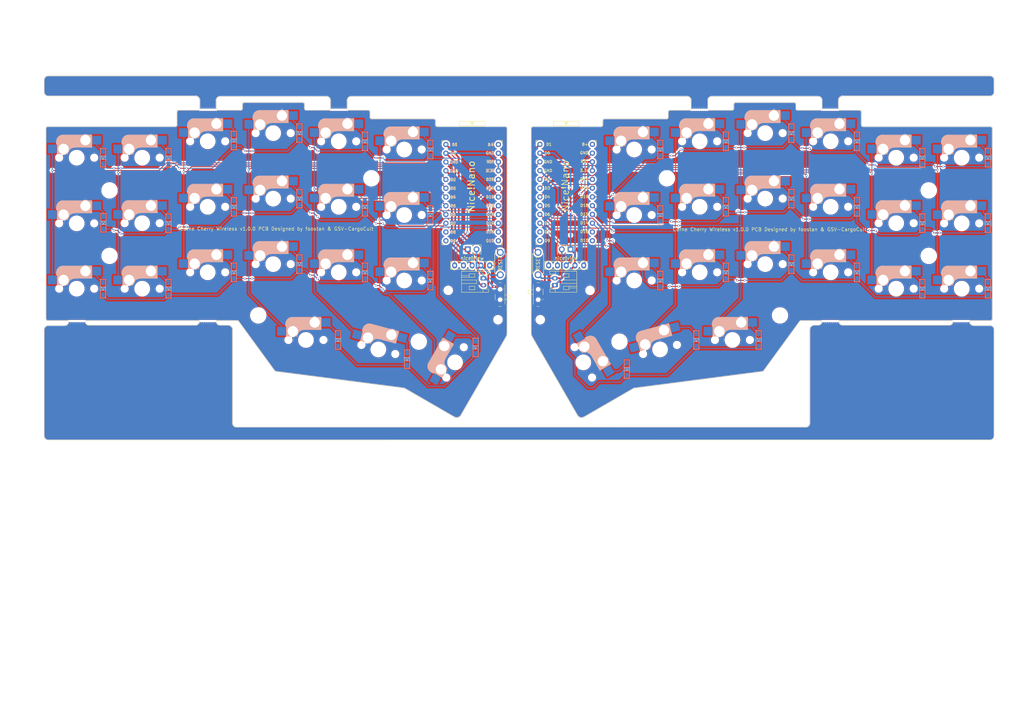
<source format=kicad_pcb>
(kicad_pcb (version 20221018) (generator pcbnew)
  (title_block (title "Corne Cherry Wireless") (date "2023-11-07") (rev "1.0.0") (company "foostan & GsvCargoCult"))
  (layers (0 "F.Cu" signal) (31 "B.Cu" signal) (34 "B.Paste" user) (35 "F.Paste" user) (36 "B.SilkS" user "B.Silkscreen") (37 "F.SilkS" user "F.Silkscreen") (38 "B.Mask" user) (39 "F.Mask" user) (44 "Edge.Cuts" user))
  (net 0 "")
  (net 1 "row0")
  (net 2 "Net-(BATJ1-Pin_2)")
  (net 3 "row1")
  (net 4 "Net-(BATJ3-Pin_2)")
  (net 5 "row2")
  (net 6 "Net-(D1-A)")
  (net 7 "row3")
  (net 8 "Net-(D2-A)")
  (net 9 "Net-(D3-A)")
  (net 10 "Net-(D4-A)")
  (net 11 "Net-(D5-A)")
  (net 12 "Net-(D6-A)")
  (net 13 "Net-(D8-A)")
  (net 14 "Net-(D9-A)")
  (net 15 "Net-(D10-A)")
  (net 16 "Net-(D11-A)")
  (net 17 "Net-(D12-A)")
  (net 18 "Net-(D13-A)")
  (net 19 "Net-(D14-A)")
  (net 20 "Net-(D15-A)")
  (net 21 "Net-(D16-A)")
  (net 22 "Net-(D17-A)")
  (net 23 "Net-(D18-A)")
  (net 24 "Net-(D19-A)")
  (net 25 "GND")
  (net 26 "VCC")
  (net 27 "Net-(D20-A)")
  (net 28 "col1")
  (net 29 "col2")
  (net 30 "col3")
  (net 31 "col4")
  (net 32 "col5")
  (net 33 "Net-(D21-A)")
  (net 34 "Net-(D22-A)")
  (net 35 "reset")
  (net 36 "SCL")
  (net 37 "SDA")
  (net 38 "Net-(D23-A)")
  (net 39 "Net-(D24-A)")
  (net 40 "Net-(D25-A)")
  (net 41 "Net-(D26-A)")
  (net 42 "Net-(D27-A)")
  (net 43 "row0_r")
  (net 44 "Net-(D29-A)")
  (net 45 "Net-(D30-A)")
  (net 46 "Net-(D31-A)")
  (net 47 "Net-(D32-A)")
  (net 48 "Net-(D33-A)")
  (net 49 "row1_r")
  (net 50 "Net-(D34-A)")
  (net 51 "Net-(D35-A)")
  (net 52 "Net-(D36-A)")
  (net 53 "Net-(D37-A)")
  (net 54 "Net-(D38-A)")
  (net 55 "Net-(D39-A)")
  (net 56 "row2_r")
  (net 57 "Net-(D40-A)")
  (net 58 "Net-(D41-A)")
  (net 59 "Net-(D42-A)")
  (net 60 "CS")
  (net 61 "CS_r")
  (net 62 "row3_r")
  (net 64 "+BATT")
  (net 65 "SDA_r")
  (net 66 "SCL_r")
  (net 67 "+BATTA")
  (net 68 "reset_r")
  (net 70 "col1_r")
  (net 71 "col2_r")
  (net 72 "col3_r")
  (net 73 "col4_r")
  (net 74 "col5_r")
  (net 75 "VDD")
  (net 76 "GNDA")
  (net 83 "Net-(D7-A)")
  (net 84 "Net-(D28-A)")
  (net 85 "col0")
  (net 86 "col0_r")
  (footprint "niceview:nice_view_1side" (layer "F.Cu") (at 131.8225 77.168)
    (fp_text reference "J2")
    (fp_text value "Nice!View" hide)
  )
  (footprint "kbd:ResetSW_1side" (layer "F.Cu") (at 145.0575 76.63 90)
    (fp_text reference "RSW1" hide)
    (fp_text value "SW_PUSH")
  )
  (footprint "kbd:CherryMX_Hotswap" (layer "F.Cu") (at 41.1875 45.92)
    (fp_text reference "SW2" hide)
    (fp_text value "SW_PUSH" hide)
  )
  (footprint "kbd:CherryMX_Hotswap" (layer "F.Cu") (at 60.1875 41.17)
    (fp_text reference "SW3" hide)
    (fp_text value "SW_PUSH" hide)
  )
  (footprint "kbd:CherryMX_Hotswap" (layer "F.Cu") (at 79.1875 38.795)
    (fp_text reference "SW4" hide)
    (fp_text value "SW_PUSH" hide)
  )
  (footprint "kbd:CherryMX_Hotswap" (layer "F.Cu") (at 98.1875 41.17)
    (fp_text reference "SW5" hide)
    (fp_text value "SW_PUSH" hide)
  )
  (footprint "kbd:CherryMX_Hotswap" (layer "F.Cu") (at 41.1875 64.92)
    (fp_text reference "SW8" hide)
    (fp_text value "SW_PUSH" hide)
  )
  (footprint "kbd:CherryMX_Hotswap" (layer "F.Cu") (at 60.1875 60.17)
    (fp_text reference "SW9" hide)
    (fp_text value "SW_PUSH" hide)
  )
  (footprint "kbd:CherryMX_Hotswap" (layer "F.Cu") (at 79.1875 57.795)
    (fp_text reference "SW10" hide)
    (fp_text value "SW_PUSH" hide)
  )
  (footprint "kbd:CherryMX_Hotswap" (layer "F.Cu") (at 98.1875 60.17)
    (fp_text reference "SW11" hide)
    (fp_text value "SW_PUSH" hide)
  )
  (footprint "kbd:CherryMX_Hotswap" (layer "F.Cu") (at 117.1875 62.545)
    (fp_text reference "SW12" hide)
    (fp_text value "SW_PUSH" hide)
  )
  (footprint "kbd:CherryMX_Hotswap" (layer "F.Cu") (at 22.1875 83.92)
    (fp_text reference "SW13" hide)
    (fp_text value "SW_PUSH" hide)
  )
  (footprint "kbd:CherryMX_Hotswap" (layer "F.Cu") (at 41.1875 83.92)
    (fp_text reference "SW14" hide)
    (fp_text value "SW_PUSH" hide)
  )
  (footprint "kbd:CherryMX_Hotswap" (layer "F.Cu") (at 60.1875 79.17)
    (fp_text reference "SW15" hide)
    (fp_text value "SW_PUSH" hide)
  )
  (footprint "kbd:CherryMX_Hotswap" (layer "F.Cu") (at 79.1875 76.795)
    (fp_text reference "SW16" hide)
    (fp_text value "SW_PUSH" hide)
  )
  (footprint "kbd:CherryMX_Hotswap" (layer "F.Cu") (at 98.1875 79.17)
    (fp_text reference "SW17" hide)
    (fp_text value "SW_PUSH" hide)
  )
  (footprint "kbd:CherryMX_Hotswap" (layer "F.Cu") (at 117.1875 81.545)
    (fp_text reference "SW18" hide)
    (fp_text value "SW_PUSH" hide)
  )
  (footprint "kbd:CherryMX_Hotswap" (layer "F.Cu") (at 88.6875 98.795)
    (fp_text reference "SW19" hide)
    (fp_text value "SW_PUSH" hide)
  )
  (footprint "kbd:CherryMX_Hotswap" (layer "F.Cu") (at 109.6875 101.545 -15)
    (fp_text reference "SW20" hide)
    (fp_text value "SW_PUSH" hide)
  )
  (footprint "kbd:CherryMX_Hotswap_1.5u" (layer "F.Cu") (at 131.9375 105.295 60)
    (fp_text reference "SW21" hide)
    (fp_text value "SW_PUSH" hide)
  )
  (footprint "kbd:CherryMX_Hotswap_1.5u" (layer "F.Cu") (at 169.1445 105.29 -60)
    (fp_text reference "SW42" hide)
    (fp_text value "SW_PUSH" hide)
  )
  (footprint "niceview:nice_view_1side" (layer "F.Cu") (at 159.0975 77.16)
    (fp_text reference "J4")
    (fp_text value "Nice!View" hide)
  )
  (footprint "kbd:ResetSW_1side" (layer "F.Cu") (at 156.0175 76.63 90)
    (fp_text reference "RSW2" hide)
    (fp_text value "SW_PUSH")
  )
  (footprint "kbd:CherryMX_Hotswap" (layer "F.Cu") (at 221.8945 76.79)
    (fp_text reference "SW37" hide)
    (fp_text value "SW_PUSH" hide)
  )
  (footprint "kbd:CherryMX_Hotswap" (layer "F.Cu") (at 202.8945 79.165)
    (fp_text reference "SW38" hide)
    (fp_text value "SW_PUSH" hide)
  )
  (footprint "kbd:CherryMX_Hotswap" (layer "F.Cu") (at 183.8945 81.54)
    (fp_text reference "SW39" hide)
    (fp_text value "SW_PUSH" hide)
  )
  (footprint "kbd:CherryMX_Hotswap" (layer "F.Cu") (at 212.3945 98.79)
    (fp_text reference "SW40" hide)
    (fp_text value "SW_PUSH" hide)
  )
  (footprint "kbd:CherryMX_Hotswap" (layer "F.Cu") (at 191.3945 101.54 15)
    (fp_text reference "SW41" hide)
    (fp_text value "SW_PUSH" hide)
  )
  (footprint "kbd:CherryMX_Hotswap" (layer "F.Cu") (at 221.8945 38.79)
    (fp_text reference "SW25" hide)
    (fp_text value "SW_PUSH" hide)
  )
  (footprint "kbd:CherryMX_Hotswap" (layer "F.Cu") (at 202.8945 41.165)
    (fp_text reference "SW26" hide)
    (fp_text value "SW_PUSH" hide)
  )
  (footprint "kbd:CherryMX_Hotswap" (layer "F.Cu") (at 240.8945 41.165)
    (fp_text reference "SW24" hide)
    (fp_text value "SW_PUSH" hide)
  )
  (footprint "kbd:CherryMX_Hotswap" (layer "F.Cu") (at 259.8945 64.915)
    (fp_text reference "SW29" hide)
    (fp_text value "SW_PUSH" hide)
  )
  (footprint "kbd:CherryMX_Hotswap" (layer "F.Cu") (at 259.8945 83.915)
    (fp_text reference "SW35" hide)
    (fp_text value "SW_PUSH" hide)
  )
  (footprint "kbd:CherryMX_Hotswap" (layer "F.Cu") (at 240.8945 79.165)
    (fp_text reference "SW36" hide)
    (fp_text value "SW_PUSH" hide)
  )
  (footprint "kbd:CherryMX_Hotswap" (layer "F.Cu") (at 278.8945 45.915)
    (fp_text reference "SW22" hide)
    (fp_text value "SW_PUSH" hide)
  )
  (footprint "kbd:CherryMX_Hotswap" (layer "F.Cu") (at 259.8945 45.915)
    (fp_text reference "SW23" hide)
    (fp_text value "SW_PUSH" hide)
  )
  (footprint "kbd:CherryMX_Hotswap" (layer "F.Cu") (at 240.8945 60.165)
    (fp_text reference "SW30" hide)
    (fp_text value "SW_PUSH" hide)
  )
  (footprint "kbd:CherryMX_Hotswap" (layer "F.Cu") (at 221.8945 57.79)
    (fp_text reference "SW31" hide)
    (fp_text value "SW_PUSH" hide)
  )
  (footprint "kbd:CherryMX_Hotswap" (layer "F.Cu") (at 202.8945 60.165)
    (fp_text reference "SW32" hide)
    (fp_text value "SW_PUSH" hide)
  )
  (footprint "kbd:CherryMX_Hotswap" (layer "F.Cu") (at 183.8945 62.54)
    (fp_text reference "SW33" hide)
    (fp_text value "SW_PUSH" hide)
  )
  (footprint "kbd:CherryMX_Hotswap" (layer "F.Cu") (at 278.8945 83.915)
    (fp_text reference "SW34" hide)
    (fp_text value "SW_PUSH" hide)
  )
  (footprint "kbd:CherryMX_Hotswap" (layer "F.Cu") (at 22.1875 45.92)
    (fp_text reference "SW1" hide)
    (fp_text value "SW_PUSH" hide)
  )
  (footprint "kbd:CherryMX_Hotswap" (layer "F.Cu") (at 117.1875 43.545)
    (fp_text reference "SW6" hide)
    (fp_text value "SW_PUSH" hide)
  )
  (footprint "kbd:CherryMX_Hotswap" (layer "F.Cu") (at 183.8875 43.545)
    (fp_text reference "SW27" hide)
    (fp_text value "SW_PUSH" hide)
  )
  (footprint "kbd:ProMicro_v3" (layer "F.Cu") (at 136.8925 56.56)
    (fp_text reference "U1" hide)
    (fp_text value "Nice!Nano")
  )
  (footprint "kbd:ProMicro_v3" (layer "F.Cu") (at 164.1675 56.53)
    (fp_text reference "U2" hide)
    (fp_text value "Nice!Nano")
  )
  (footprint "kbd:Breakaway_Tabs" (layer "F.Cu") (at 60.31675 32.009)
    (fp_text reference "REF**")
    (fp_text value "Breakaway_Tabs")
  )
  (footprint "kbd:Breakaway_Tabs" (layer "F.Cu") (at 98.2875 32.013)
    (fp_text reference "REF**")
    (fp_text value "Breakaway_Tabs")
  )
  (footprint "kbd:Breakaway_Tabs" (layer "F.Cu") (at 60.2035 93.318)
    (fp_text reference "REF**")
    (fp_text value "Breakaway_Tabs")
  )
  (footprint "" (layer "F.Cu") (at 74.8515 91.667)
    (fp_text reference "")
    (fp_text value "")
  )
  (footprint "" (layer "F.Cu") (at 144.3885 92.9215)
    (fp_text reference "")
    (fp_text value "")
  )
  (footprint "kbd:CherryMX_Hotswap" (layer "F.Cu") (at 22.1875 64.97)
    (fp_text reference "SW7" hide)
    (fp_text value "SW_PUSH" hide)
  )
  (footprint "" (layer "F.Cu") (at 31.7075 55.402)
    (fp_text reference "")
    (fp_text value "")
  )
  (footprint "Connector_PinHeader_2.54mm:PinHeader_1x02_P2.54mm_Vertical" (layer "F.Cu") (at 135.6175 72.5 90)
    (fp_text reference "BATJ1" hide)
    (fp_text value "Conn_01x02_Socket")
  )
  (footprint "" (layer "F.Cu") (at 31.7075 74.402)
    (fp_text reference "")
    (fp_text value "")
  )
  (footprint "Connector_JST:JST_PH_S2B-PH-K_1x02_P2.00mm_Horizontal" (layer "F.Cu") (at 140.17 80.91 -90)
    (fp_text reference "BATJ2" hide)
    (fp_text value "Conn_01x02_Socket")
  )
  (footprint "Button_Switch_SMD:SW_SPDT_PCM12" (layer "F.Cu") (at 144.6875 85.61 90)
    (fp_text reference "PSW1" hide)
    (fp_text value "SW_SPDT")
  )
  (footprint "" (layer "F.Cu") (at 129.9565 84.4005)
    (fp_text reference "")
    (fp_text value "")
  )
  (footprint "Connector_PinHeader_2.54mm:PinHeader_1x02_P2.54mm_Vertical" (layer "F.Cu") (at 165.4425 72.5 -90)
    (fp_text reference "BATJ3" hide)
    (fp_text value "Conn_01x02_Socket")
  )
  (footprint "" (layer "F.Cu") (at 121.4175 99.2815)
    (fp_text reference "")
    (fp_text value "")
  )
  (footprint "Connector_JST:JST_PH_S2B-PH-K_1x02_P2.00mm_Horizontal" (layer "F.Cu") (at 160.89 82.9 90)
    (fp_text reference "BATJ4" hide)
    (fp_text value "Conn_01x02_Socket")
  )
  (footprint "Button_Switch_SMD:SW_SPDT_PCM12" (layer "F.Cu") (at 156.3625 85.61 -90)
    (fp_text reference "PSW_r1" hide)
    (fp_text value "SW_SPDT")
  )
  (footprint "" (layer "F.Cu") (at 107.6625 51.912)
    (fp_text reference "")
    (fp_text value "")
  )
  (footprint "kbd:CherryMX_Hotswap" (layer "F.Cu") (at 278.8945 64.965)
    (fp_text reference "SW28" hide)
    (fp_text value "SW_PUSH" hide)
  )
  (footprint "kbd:Breakaway_Tabs" (layer "F.Cu") (at 22.2075 93.318)
    (fp_text reference "REF**")
    (fp_text value "Breakaway_Tabs")
  )
  (footprint "kbd:D3_SMD_v2" (layer "B.Cu") (at 29.8145 45.916875 90)
    (fp_text reference "D1" hide)
    (fp_text value "D" hide)
  )
  (footprint "kbd:D3_SMD_v2" (layer "B.Cu") (at 48.8145 45.92 90)
    (fp_text reference "D2" hide)
    (fp_text value "D" hide)
  )
  (footprint "kbd:D3_SMD_v2" (layer "B.Cu") (at 67.7875 40.92 90)
    (fp_text reference "D3" hide)
    (fp_text value "D" hide)
  )
  (footprint "kbd:D3_SMD_v2" (layer "B.Cu") (at 86.7875 38.795 90)
    (fp_text reference "D4" hide)
    (fp_text value "D" hide)
  )
  (footprint "kbd:D3_SMD_v2" (layer "B.Cu") (at 105.7875 41.17 90)
    (fp_text reference "D5" hide)
    (fp_text value "D" hide)
  )
  (footprint "kbd:D3_SMD_v2" (layer "B.Cu") (at 124.7875 43.545 90)
    (fp_text reference "D6" hide)
    (fp_text value "D" hide)
  )
  (footprint "kbd:D3_SMD_v2" (layer "B.Cu") (at 29.95 64.8 90)
    (fp_text reference "D7" hide)
    (fp_text value "D" hide)
  )
  (footprint "kbd:D3_SMD_v2" (layer "B.Cu") (at 48.8145 64.92 90)
    (fp_text reference "D8" hide)
    (fp_text value "D" hide)
  )
  (footprint "kbd:D3_SMD_v2" (layer "B.Cu") (at 67.7875 60.17 90)
    (fp_text reference "D9" hide)
    (fp_text value "D" hide)
  )
  (footprint "kbd:D3_SMD_v2" (layer "B.Cu") (at 86.7875 57.795 90)
    (fp_text reference "D10" hide)
    (fp_text value "D" hide)
  )
  (footprint "kbd:D3_SMD_v2" (layer "B.Cu") (at 105.7875 60.17 90)
    (fp_text reference "D11" hide)
    (fp_text value "D" hide)
  )
  (footprint "kbd:D3_SMD_v2" (layer "B.Cu") (at 124.7875 62.545 90)
    (fp_text reference "D12" hide)
    (fp_text value "D" hide)
  )
  (footprint "kbd:D3_SMD_v2" (layer "B.Cu") (at 29.8145 83.916875 90)
    (fp_text reference "D13" hide)
    (fp_text value "D" hide)
  )
  (footprint "kbd:D3_SMD_v2" (layer "B.Cu") (at 48.8145 83.92 90)
    (fp_text reference "D14" hide)
    (fp_text value "D" hide)
  )
  (footprint "kbd:D3_SMD_v2" (layer "B.Cu") (at 67.7875 79.17 90)
    (fp_text reference "D15" hide)
    (fp_text value "D" hide)
  )
  (footprint "kbd:D3_SMD_v2" (layer "B.Cu") (at 86.7875 76.795 90)
    (fp_text reference "D16" hide)
    (fp_text value "D" hide)
  )
  (footprint "kbd:D3_SMD_v2" (layer "B.Cu") (at 105.7875 79.17 90)
    (fp_text reference "D17" hide)
    (fp_text value "D" hide)
  )
  (footprint "kbd:D3_SMD_v2" (layer "B.Cu") (at 124.7875 81.545 90)
    (fp_text reference "D18" hide)
    (fp_text value "D" hide)
  )
  (footprint "kbd:D3_SMD_v2" (layer "B.Cu") (at 98 98.8 90)
    (fp_text reference "D19" hide)
    (fp_text value "D" hide)
  )
  (footprint "kbd:D3_SMD_v2" (layer "B.Cu") (at 118 104.35 90)
    (fp_text reference "D20" hide)
    (fp_text value "D" hide)
  )
  (footprint "kbd:D3_SMD_v2" (layer "B.Cu") (at 137.9 100.95 90)
    (fp_text reference "D21" hide)
    (fp_text value "D" hide)
  )
  (footprint "kbd:D3_SMD_v2" (layer "B.Cu") (at 267.4945 45.915 90)
    (fp_text reference "D23" hide)
    (fp_text value "D" hide)
  )
  (footprint "kbd:D3_SMD_v2" (layer "B.Cu") (at 248.4945 41.165 90)
    (fp_text reference "D24" hide)
    (fp_text value "D" hide)
  )
  (footprint "kbd:D3_SMD_v2" (layer "B.Cu") (at 229.4945 38.79 90)
    (fp_text reference "D25" hide)
    (fp_text value "D" hide)
  )
  (footprint "kbd:D3_SMD_v2" (layer "B.Cu") (at 191.4875 43.545 90)
    (fp_text reference "D27" hide)
    (fp_text value "D" hide)
  )
  (footprint "kbd:D3_SMD_v2" (layer "B.Cu") (at 286.4625 64.895 90)
    (fp_text reference "D28" hide)
    (fp_text value "D" hide)
  )
  (footprint "kbd:D3_SMD_v2" (layer "B.Cu") (at 267.4945 64.915 90)
    (fp_text reference "D29" hide)
    (fp_text value "D" hide)
  )
  (footprint "kbd:D3_SMD_v2" (layer "B.Cu") (at 248.4945 60.165 90)
    (fp_text reference "D30" hide)
    (fp_text value "D" hide)
  )
  (footprint "kbd:D3_SMD_v2" (layer "B.Cu") (at 229.4945 57.79 90)
    (fp_text reference "D31" hide)
    (fp_text value "D" hide)
  )
  (footprint "kbd:D3_SMD_v2" (layer "B.Cu") (at 210.4945 60.165 90)
    (fp_text reference "D32" hide)
    (fp_text value "D" hide)
  )
  (footprint "kbd:D3_SMD_v2" (layer "B.Cu") (at 191.4875 62.545 90)
    (fp_text reference "D33" hide)
    (fp_text value "D" hide)
  )
  (footprint "kbd:D3_SMD_v2" (layer "B.Cu") (at 286.4945 83.915 90)
    (fp_text reference "D34" hide)
    (fp_text value "D" hide)
  )
  (footprint "kbd:D3_SMD_v2" (layer "B.Cu") (at 267.4945 83.915 90)
    (fp_text reference "D35" hide)
    (fp_text value "D" hide)
  )
  (footprint "kbd:D3_SMD_v2" (layer "B.Cu") (at 248.4945 79.165 90)
    (fp_text reference "D36" hide)
    (fp_text value "D" hide)
  )
  (footprint "kbd:D3_SMD_v2" (layer "B.Cu") (at 229.4945 76.79 90)
    (fp_text reference "D37" hide)
    (fp_text value "D" hide)
  )
  (footprint "kbd:D3_SMD_v2" (layer "B.Cu") (at 210.4945 79.165 90)
    (fp_text reference "D38" hide)
    (fp_text value "D" hide)
  )
  (footprint "kbd:D3_SMD_v2" (layer "B.Cu") (at 191.4875 81.545 90)
    (fp_text reference "D39" hide)
    (fp_text value "D" hide)
  )
  (footprint "kbd:D3_SMD_v2" (layer "B.Cu") (at 219.9945 98.775 90)
    (fp_text reference "D40" hide)
    (fp_text value "D" hide)
  )
  (footprint "kbd:D3_SMD_v2" (layer "B.Cu") (at 201.9445 98.79 90)
    (fp_text reference "D41" hide)
    (fp_text value "D" hide)
  )
  (footprint "kbd:D3_SMD_v2" (layer "B.Cu") (at 181.75 107.25 90)
    (fp_text reference "D42" hide)
    (fp_text value "D" hide)
  )
  (footprint "kbd:D3_SMD_v2" (layer "B.Cu") (at 286.4945 45.915 90)
    (fp_text reference "D22" hide)
    (fp_text value "D" hide)
  )
  (footprint "kbd:D3_SMD_v2" (layer "B.Cu") (at 210.4945 41.165 90)
    (fp_text reference "D26" hide)
    (fp_text value "D" hide)
  )
  (footprint "kbd:Breakaway_Tabs" (layer "B.Cu") (at 278.7355 93.323 180)
    (fp_text reference locked "REF**")
    (fp_text value locked "Breakaway_Tabs")
  )
  (footprint "kbd:Breakaway_Tabs" (layer "B.Cu") (at 202.8175 32.025 180)
    (fp_text reference "REF**")
    (fp_text value "Breakaway_Tabs")
  )
  (footprint "kbd:Breakaway_Tabs" (layer "B.Cu") (at 240.7295 32.01 180)
    (fp_text reference "REF**")
    (fp_text value "Breakaway_Tabs")
  )
  (footprint "kbd:Breakaway_Tabs" (layer "B.Cu") (at 240.8215 93.333 180)
    (fp_text reference "REF**")
    (fp_text value "Breakaway_Tabs")
  )
  (footprint "" (layer "B.Cu") (at 179.625 99.282 180)
    (fp_text reference "")
    (fp_text value "")
  )
  (footprint "" (layer "B.Cu") (at 193.38 51.9125 180)
    (fp_text reference "")
    (fp_text value "")
  )
  (footprint "" (layer "B.Cu") (at 171.086 84.401 180)
    (fp_text reference "")
    (fp_text value "")
  )
  (footprint "" (layer "B.Cu") (at 269.335 55.4025 180)
    (fp_text reference "")
    (fp_text value "")
  )
  (footprint "" (layer "B.Cu") (at 226.191 91.6675 180)
    (fp_text reference "")
    (fp_text value "")
  )
  (footprint "" (layer "B.Cu") (at 156.654 92.922 180)
    (fp_text reference "")
    (fp_text value "")
  )
  (footprint "" (layer "B.Cu") (at 269.335 74.4025 180)
    (fp_text reference "")
    (fp_text value "")
  )
  (gr_line (start 19.533493 94.261585) (end 19.528414 94.264125) (stroke (width 0.199999)) (layer "Edge.Cuts"))
  (gr_line (start 287.686147 37.11926) (end 287.75472 37.25134) (stroke (width 0.199999)) (layer "Edge.Cuts"))
  (gr_line (start 235.043424 95.070574) (end 235.044698 95.069301) (stroke (width 0.199999)) (layer "Edge.Cuts"))
  (gr_line (start 63.345918 94.43938) (end 63.559278 94.502887) (stroke (width 0.199999)) (layer "Edge.Cuts"))
  (gr_line (start 235.387594 94.726405) (end 235.590795 94.614642) (stroke (width 0.199999)) (layer "Edge.Cuts"))
  (gr_line (start 287.455007 36.949081) (end 287.584554 37.020202) (stroke (width 0.199999)) (layer "Edge.Cuts"))
  (gr_line (start 51.070108 36.809381) (end 51.171705 36.710321) (stroke (width 0.199999)) (layer "Edge.Cuts"))
  (gr_line (start 238.31368 93.812007) (end 238.377172 93.598644) (stroke (width 0.199999)) (layer "Edge.Cuts"))
  (gr_line (start 281.362199 94.071718) (end 281.361563 94.071086) (stroke (width 0.199999)) (layer "Edge.Cuts"))
  (gr_line (start 13.368918 37.11164) (end 13.300338 37.241182) (stroke (width 0.199999)) (layer "Edge.Cuts"))
  (gr_line (start 13.274937 127.586353) (end 13.470518 127.690494) (stroke (width 0.199999)) (layer "Edge.Cuts"))
  (gr_line (start 18.898493 94.599406) (end 18.667354 94.624805) (stroke (width 0.199999)) (layer "Edge.Cuts"))
  (gr_line (start 88.601118 32.130706) (end 88.771299 32.161186) (stroke (width 0.199999)) (layer "Edge.Cuts"))
  (gr_line (start 212.984808 30.017429) (end 213.114355 29.948848) (stroke (width 0.199999)) (layer "Edge.Cuts"))
  (gr_line (start 212.885748 30.119027) (end 212.984808 30.017429) (stroke (width 0.199999)) (layer "Edge.Cuts"))
  (gr_line (start 69.939749 32.130706) (end 70.071829 32.059587) (stroke (width 0.199999)) (layer "Edge.Cuts"))
  (gr_line (start 287.75472 37.25134) (end 287.785208 37.418981) (stroke (width 0.199999)) (layer "Edge.Cuts"))
  (gr_line (start 243.149832 29.252889) (end 243.149832 29.250348) (stroke (width 0.199999)) (layer "Edge.Cuts"))
  (gr_line (start 237.262121 94.515582) (end 237.267187 94.515582) (stroke (width 0.199999)) (layer "Edge.Cuts"))
  (gr_line (start 281.150747 93.392902) (end 281.150747 93.390361) (stroke (width 0.199999)) (layer "Edge.Cuts"))
  (gr_line (start 19.139793 94.525745) (end 19.138523 94.527012) (stroke (width 0.199999)) (layer "Edge.Cuts"))
  (gr_line (start 57.798563 28.78807) (end 57.864603 29.00905) (stroke (width 0.199999)) (layer "Edge.Cuts"))
  (gr_line (start 281.247244 93.862804) (end 281.247244 93.857723) (stroke (width 0.199999)) (layer "Edge.Cuts"))
  (gr_line (start 57.86714 29.00905) (end 57.86714 29.014129) (stroke (width 0.199999)) (layer "Edge.Cuts"))
  (gr_line (start 154.036535 96.987003) (end 154.034002 96.893024) (stroke (width 0.199999)) (layer "Edge.Cuts"))
  (gr_line (start 288.250021 23.088315) (end 288.183981 22.874955) (stroke (width 0.199999)) (layer "Edge.Cuts"))
  (gr_line (start 281.910208 94.520664) (end 281.706991 94.411441) (stroke (width 0.199999)) (layer "Edge.Cuts"))
  (gr_line (start 57.86714 29.014129) (end 57.86714 29.019208) (stroke (width 0.199999)) (layer "Edge.Cuts"))
  (gr_line (start 87.938177 29.941228) (end 87.770536 29.910749) (stroke (width 0.199999)) (layer "Edge.Cuts"))
  (gr_line (start 56.8994 28.051469) (end 57.122923 28.117509) (stroke (width 0.199999)) (layer "Edge.Cuts"))
  (gr_line (start 212.453954 32.140867) (end 212.283773 32.168805) (stroke (width 0.199999)) (layer "Edge.Cuts"))
  (gr_line (start 281.706991 94.411441) (end 281.701925 94.408901) (stroke (width 0.199999)) (layer "Edge.Cuts"))
  (gr_line (start 146.990591 37.241182) (end 146.91947 37.109102) (stroke (width 0.199999)) (layer "Edge.Cuts"))
  (gr_line (start 249.685247 32.369466) (end 249.756368 32.501546) (stroke (width 0.199999)) (layer "Edge.Cuts"))
  (gr_line (start 69.007574 93.220187) (end 68.85771 93.169383) (stroke (width 0.199999)) (layer "Edge.Cuts"))
  (gr_line (start 132.223043 121.29478) (end 132.411001 121.307475) (stroke (width 0.199999)) (layer "Edge.Cuts"))
  (gr_line (start 67.392133 95.7551) (end 67.392133 95.760181) (stroke (width 0.199999)) (layer "Edge.Cuts"))
  (gr_line (start 281.361563 94.071086) (end 281.35903 94.066005) (stroke (width 0.199999)) (layer "Edge.Cuts"))
  (gr_line (start 62.665197 29.04207) (end 62.642336 29.265588) (stroke (width 0.199999)) (layer "Edge.Cuts"))
  (gr_line (start 70.470609 30.012347) (end 70.369009 30.111408) (stroke (width 0.199999)) (layer "Edge.Cuts"))
  (gr_line (start 243.241262 28.78807) (end 243.241262 28.785529) (stroke (width 0.199999)) (layer "Edge.Cuts"))
  (gr_line (start 19.800192 93.855182) (end 19.797653 93.860263) (stroke (width 0.199999)) (layer "Edge.Cuts"))
  (gr_line (start 24.666828 93.616428) (end 24.730329 93.829784) (stroke (width 0.199999)) (layer "Edge.Cuts"))
  (gr_line (start 68.309072 124.053211) (end 68.532591 124.076076) (stroke (width 0.199999)) (layer "Edge.Cuts"))
  (gr_line (start 13.904857 94.624805) (end 13.899777 94.624805) (stroke (width 0.199999)) (layer "Edge.Cuts"))
  (gr_line (start 94.651388 28.125131) (end 63.780256 28.125131) (stroke (width 0.199999)) (layer "Edge.Cuts"))
  (gr_line (start 168.133535 121.221118) (end 167.996374 121.157619) (stroke (width 0.199999)) (layer "Edge.Cuts"))
  (gr_line (start 167.55187 120.789317) (end 167.490911 120.705501) (stroke (width 0.199999)) (layer "Edge.Cuts"))
  (gr_line (start 13.600057 93.131282) (end 13.770238 93.161762) (stroke (width 0.199999)) (layer "Edge.Cuts"))
  (gr_line (start 281.700028 94.406996) (end 281.699392 94.40636) (stroke (width 0.199999)) (layer "Edge.Cuts"))
  (gr_line (start 67.392133 95.750026) (end 67.392133 95.752559) (stroke (width 0.199999)) (layer "Edge.Cuts"))
  (gr_line (start 67.366735 95.518886) (end 67.392133 95.750026) (stroke (width 0.199999)) (layer "Edge.Cuts"))
  (gr_line (start 63.782797 94.525745) (end 66.157697 94.525745) (stroke (width 0.199999)) (layer "Edge.Cuts"))
  (gr_line (start 168.99967 121.269374) (end 168.832037 121.302394) (stroke (width 0.199999)) (layer "Edge.Cuts"))
  (gr_line (start 67.366735 95.508724) (end 67.366735 95.511264) (stroke (width 0.199999)) (layer "Edge.Cuts"))
  (gr_line (start 146.922003 97.479762) (end 146.970266 97.322284) (stroke (width 0.199999)) (layer "Edge.Cuts"))
  (gr_line (start 101.773542 28.125131) (end 101.552564 28.14799) (stroke (width 0.199999)) (layer "Edge.Cuts"))
  (gr_line (start 154.064489 37.248801) (end 154.135595 37.11926) (stroke (width 0.199999)) (layer "Edge.Cuts"))
  (gr_line (start 12.766938 26.893232) (end 12.789799 27.116752) (stroke (width 0.199999)) (layer "Edge.Cuts"))
  (gr_line (start 62.832838 28.63313) (end 62.728697 28.82871) (stroke (width 0.199999)) (layer "Edge.Cuts"))
  (gr_line (start 133.416845 120.880756) (end 133.508276 120.774074) (stroke (width 0.199999)) (layer "Edge.Cuts"))
  (gr_line (start 62.642336 93.387828) (end 62.642336 93.392902) (stroke (width 0.199999)) (layer "Edge.Cuts"))
  (gr_line (start 51.240286 36.580781) (end 51.270765 36.410602) (stroke (width 0.199999)) (layer "Edge.Cuts"))
  (gr_line (start 287.569326 94.70354) (end 287.35848 94.6375) (stroke (width 0.199999)) (layer "Edge.Cuts"))
  (gr_line (start 13.104758 27.695871) (end 13.274937 27.835571) (stroke (width 0.199999)) (layer "Edge.Cuts"))
  (gr_line (start 67.366735 95.513805) (end 67.366735 95.518886) (stroke (width 0.199999)) (layer "Edge.Cuts"))
  (gr_line (start 95.283849 28.315629) (end 95.08827 28.21149) (stroke (width 0.199999)) (layer "Edge.Cuts"))
  (gr_line (start 25.347547 94.43938) (end 25.558368 94.502887) (stroke (width 0.199999)) (layer "Edge.Cuts"))
  (gr_line (start 13.300338 37.241182) (end 13.269858 37.411361) (stroke (width 0.199999)) (layer "Edge.Cuts"))
  (gr_line (start 67.183851 95.074382) (end 67.293073 95.280124) (stroke (width 0.199999)) (layer "Edge.Cuts"))
  (gr_line (start 19.137253 94.528285) (end 19.134714 94.528285) (stroke (width 0.199999)) (layer "Edge.Cuts"))
  (gr_line (start 243.695928 28.22927) (end 243.698477 28.22673) (stroke (width 0.199999)) (layer "Edge.Cuts"))
  (gr_line (start 237.490713 94.492725) (end 237.704077 94.426685) (stroke (width 0.199999)) (layer "Edge.Cuts"))
  (gr_line (start 200.39913 29.24781) (end 200.376272 29.024289) (stroke (width 0.199999)) (layer "Edge.Cuts"))
  (gr_line (start 67.028913 94.888965) (end 67.178777 95.06676) (stroke (width 0.199999)) (layer "Edge.Cuts"))
  (gr_line (start 287.576925 27.927011) (end 287.772512 27.82287) (stroke (width 0.199999)) (layer "Edge.Cuts"))
  (gr_line (start 167.648397 120.89854) (end 167.55187 120.789317) (stroke (width 0.199999)) (layer "Edge.Cuts"))
  (gr_line (start 154.034002 37.418981) (end 154.064489 37.248801) (stroke (width 0.199999)) (layer "Edge.Cuts"))
  (gr_line (start 133.564153 120.697879) (end 133.565433 120.695336) (stroke (width 0.199999)) (layer "Edge.Cuts"))
  (gr_line (start 244.384268 28.01591) (end 287.137502 28.01591) (stroke (width 0.199999)) (layer "Edge.Cuts"))
  (gr_line (start 101.552564 28.14799) (end 101.339208 28.214031) (stroke (width 0.199999)) (layer "Edge.Cuts"))
  (gr_line (start 57.892542 29.252889) (end 57.892542 29.25543) (stroke (width 0.199999)) (layer "Edge.Cuts"))
  (gr_line (start 212.583502 32.069745) (end 212.453954 32.140867) (stroke (width 0.199999)) (layer "Edge.Cuts"))
  (gr_line (start 56.655561 94.525745) (end 56.660642 94.525745) (stroke (width 0.199999)) (layer "Edge.Cuts"))
  (gr_line (start 169.416235 121.078876) (end 169.289236 121.155078) (stroke (width 0.199999)) (layer "Edge.Cuts"))
  (gr_line (start 19.344263 94.415255) (end 19.342993 94.416522) (stroke (width 0.199999)) (layer "Edge.Cuts"))
  (gr_line (start 236.063238 94.515582) (end 236.065771 94.515582) (stroke (width 0.199999)) (layer "Edge.Cuts"))
  (gr_line (start 95.456571 28.455329) (end 95.283849 28.315629) (stroke (width 0.199999)) (layer "Edge.Cuts"))
  (gr_line (start 57.290563 94.330165) (end 57.460741 94.190463) (stroke (width 0.199999)) (layer "Edge.Cuts"))
  (gr_line (start 249.812246 36.585862) (end 249.784307 36.418222) (stroke (width 0.199999)) (layer "Edge.Cuts"))
  (gr_line (start 13.683878 28.003209) (end 13.907397 28.026071) (stroke (width 0.199999)) (layer "Edge.Cuts"))
  (gr_line (start 287.945242 127.431407) (end 288.084921 127.258693) (stroke (width 0.199999)) (layer "Edge.Cuts"))
  (gr_line (start 12.789799 27.116752) (end 12.855839 27.33011) (stroke (width 0.199999)) (layer "Edge.Cuts"))
  (gr_line (start 288.183981 95.313144) (end 288.079855 95.117564) (stroke (width 0.199999)) (layer "Edge.Cuts"))
  (gr_line (start 19.891632 93.390361) (end 19.891632 93.392902) (stroke (width 0.199999)) (layer "Edge.Cuts"))
  (gr_line (start 235.198364 94.880073) (end 235.199636 94.878803) (stroke (width 0.199999)) (layer "Edge.Cuts"))
  (gr_line (start 62.637258 93.161762) (end 62.642336 93.387828) (stroke (width 0.199999)) (layer "Edge.Cuts"))
  (gr_line (start 13.470518 127.690494) (end 13.683878 127.753993) (stroke (width 0.199999)) (layer "Edge.Cuts"))
  (gr_line (start 281.363459 94.072991) (end 281.362829 94.072354) (stroke (width 0.199999)) (layer "Edge.Cuts"))
  (gr_line (start 275.491628 94.492725) (end 275.702444 94.426685) (stroke (width 0.199999)) (layer "Edge.Cuts"))
  (gr_line (start 205.336874 28.82109) (end 205.270834 29.03445) (stroke (width 0.199999)) (layer "Edge.Cuts"))
  (gr_line (start 235.381246 94.730213) (end 235.381877 94.729578) (stroke (width 0.199999)) (layer "Edge.Cuts"))
  (gr_line (start 250.284689 36.918601) (end 250.114507 36.888122) (stroke (width 0.199999)) (layer "Edge.Cuts"))
  (gr_line (start 206.157293 28.140371) (end 205.946478 28.206411) (stroke (width 0.199999)) (layer "Edge.Cuts"))
  (gr_line (start 13.683878 127.753993) (end 13.907397 127.77431) (stroke (width 0.199999)) (layer "Edge.Cuts"))
  (gr_line (start 154.534384 36.916061) (end 174.285406 36.918601) (stroke (width 0.199999)) (layer "Edge.Cuts"))
  (gr_line (start 287.937612 94.947383) (end 287.767446 94.807681) (stroke (width 0.199999)) (layer "Edge.Cuts"))
  (gr_line (start 57.892542 29.25543) (end 57.892542 29.260509) (stroke (width 0.199999)) (layer "Edge.Cuts"))
  (gr_line (start 244.142965 28.041311) (end 244.374105 28.01591) (stroke (width 0.199999)) (layer "Edge.Cuts"))
  (gr_line (start 174.98644 34.767223) (end 175.115988 34.698644) (stroke (width 0.199999)) (layer "Edge.Cuts"))
  (gr_line (start 63.338297 28.214031) (end 63.142717 28.32071) (stroke (width 0.199999)) (layer "Edge.Cuts"))
  (gr_line (start 243.505422 28.38421) (end 243.507971 28.381669) (stroke (width 0.199999)) (layer "Edge.Cuts"))
  (gr_line (start 117.346273 112.811183) (end 117.188795 112.768008) (stroke (width 0.199999)) (layer "Edge.Cuts"))
  (gr_line (start 244.379186 28.01591) (end 244.384268 28.01591) (stroke (width 0.199999)) (layer "Edge.Cuts"))
  (gr_line (start 230.813055 31.836066) (end 230.785116 31.668426) (stroke (width 0.199999)) (layer "Edge.Cuts"))
  (gr_line (start 232.044958 93.230342) (end 232.192282 93.177005) (stroke (width 0.199999)) (layer "Edge.Cuts"))
  (gr_line (start 167.48583 120.70042) (end 154.260061 97.76678) (stroke (width 0.199999)) (layer "Edge.Cuts"))
  (gr_line (start 235.82955 94.540981) (end 236.06069 94.515582) (stroke (width 0.199999)) (layer "Edge.Cuts"))
  (gr_line (start 287.945242 27.680631) (end 288.084921 27.507911) (stroke (width 0.199999)) (layer "Edge.Cuts"))
  (gr_line (start 126.269285 36.410602) (end 126.299764 36.580781) (stroke (width 0.199999)) (layer "Edge.Cuts"))
  (gr_line (start 146.863592 97.624538) (end 146.922003 97.479762) (stroke (width 0.199999)) (layer "Edge.Cuts"))
  (gr_line (start 287.137502 28.01591) (end 287.142599 28.01591) (stroke (width 0.199999)) (layer "Edge.Cuts"))
  (gr_line (start 51.268228 32.659024) (end 51.268228 36.408061) (stroke (width 0.199999)) (layer "Edge.Cuts"))
  (gr_line (start 243.505422 28.38675) (end 243.505422 28.38421) (stroke (width 0.199999)) (layer "Edge.Cuts"))
  (gr_line (start 19.528414 94.264125) (end 19.350612 94.411441) (stroke (width 0.199999)) (layer "Edge.Cuts"))
  (gr_line (start 132.766607 121.26176) (end 132.918997 121.213496) (stroke (width 0.199999)) (layer "Edge.Cuts"))
  (gr_line (start 19.536033 94.256503) (end 19.533493 94.261585) (stroke (width 0.199999)) (layer "Edge.Cuts"))
  (gr_line (start 25.149427 94.335246) (end 25.347547 94.43938) (stroke (width 0.199999)) (layer "Edge.Cuts"))
  (gr_line (start 281.148184 93.382747) (end 281.158346 93.169383) (stroke (width 0.199999)) (layer "Edge.Cuts"))
  (gr_line (start 193.784963 34.165244) (end 193.784963 32.666646) (stroke (width 0.199999)) (layer "Edge.Cuts"))
  (gr_line (start 62.837919 94.022823) (end 62.977617 94.195544) (stroke (width 0.199999)) (layer "Edge.Cuts"))
  (gr_line (start 230.284735 29.918369) (end 230.454916 29.948848) (stroke (width 0.199999)) (layer "Edge.Cuts"))
  (gr_line (start 66.835874 94.728946) (end 66.835874 94.731487) (stroke (width 0.199999)) (layer "Edge.Cuts"))
  (gr_line (start 237.259573 28.117509) (end 206.388433 28.117509) (stroke (width 0.199999)) (layer "Edge.Cuts"))
  (gr_line (start 276.312032 93.812007) (end 276.378073 93.598644) (stroke (width 0.199999)) (layer "Edge.Cuts"))
  (gr_line (start 250.114507 36.888122) (end 249.982427 36.817001) (stroke (width 0.199999)) (layer "Edge.Cuts"))
  (gr_line (start 12.766938 23.327075) (end 12.766938 26.88815) (stroke (width 0.199999)) (layer "Edge.Cuts"))
  (gr_line (start 174.582586 36.819541) (end 174.453039 36.890661) (stroke (width 0.199999)) (layer "Edge.Cuts"))
  (gr_line (start 68.85771 93.169383) (end 68.771353 93.161762) (stroke (width 0.199999)) (layer "Edge.Cuts"))
  (gr_line (start 57.094984 94.436847) (end 57.290563 94.330165) (stroke (width 0.199999)) (layer "Edge.Cuts"))
  (gr_line (start 57.676641 28.56709) (end 57.679182 28.56709) (stroke (width 0.199999)) (layer "Edge.Cuts"))
  (gr_line (start 57.793482 93.385288) (end 57.798563 93.161762) (stroke (width 0.199999)) (layer "Edge.Cuts"))
  (gr_line (start 146.91947 37.109102) (end 146.817861 37.010041) (stroke (width 0.199999)) (layer "Edge.Cuts"))
  (gr_line (start 95.791853 29.263049) (end 95.791853 29.257968) (stroke (width 0.199999)) (layer "Edge.Cuts"))
  (gr_line (start 238.377172 29.024289) (end 238.311132 28.81347) (stroke (width 0.199999)) (layer "Edge.Cuts"))
  (gr_line (start 235.045335 95.068669) (end 235.045965 95.068033) (stroke (width 0.199999)) (layer "Edge.Cuts"))
  (gr_line (start 154.133062 97.489917) (end 154.087347 97.334979) (stroke (width 0.199999)) (layer "Edge.Cuts"))
  (gr_line (start 57.864603 29.00905) (end 57.86714 29.00905) (stroke (width 0.199999)) (layer "Edge.Cuts"))
  (gr_line (start 168.644064 121.317638) (end 168.456106 121.304935) (stroke (width 0.199999)) (layer "Edge.Cuts"))
  (gr_line (start 276.210439 94.007587) (end 276.312032 93.812007) (stroke (width 0.199999)) (layer "Edge.Cuts"))
  (gr_line (start 221.034063 107.919147) (end 184.364111 112.689266) (stroke (width 0.199999)) (layer "Edge.Cuts"))
  (gr_line (start 62.642336 29.265588) (end 62.657579 32.158647) (stroke (width 0.199999)) (layer "Edge.Cuts"))
  (gr_line (start 13.300338 92.831561) (end 13.371458 92.961108) (stroke (width 0.199999)) (layer "Edge.Cuts"))
  (gr_line (start 237.483099 28.13783) (end 237.259573 28.117509) (stroke (width 0.199999)) (layer "Edge.Cuts"))
  (gr_line (start 63.775175 28.125131) (end 63.551657 28.14799) (stroke (width 0.199999)) (layer "Edge.Cuts"))
  (gr_line (start 51.598425 32.191667) (end 51.468885 32.260246) (stroke (width 0.199999)) (layer "Edge.Cuts"))
  (gr_line (start 287.576925 127.677791) (end 287.772512 127.571109) (stroke (width 0.199999)) (layer "Edge.Cuts"))
  (gr_line (start 288.084921 27.507911) (end 288.189077 27.312331) (stroke (width 0.199999)) (layer "Edge.Cuts"))
  (gr_line (start 50.770387 36.910981) (end 50.940569 36.880502) (stroke (width 0.199999)) (layer "Edge.Cuts"))
  (gr_line (start 19.129633 94.530826) (end 18.908653 94.599406) (stroke (width 0.199999)) (layer "Edge.Cuts"))
  (gr_line (start 25.558368 94.502887) (end 25.781887 94.525745) (stroke (width 0.199999)) (layer "Edge.Cuts"))
  (gr_line (start 67.178777 95.06676) (end 67.18131 95.071841) (stroke (width 0.199999)) (layer "Edge.Cuts"))
  (gr_line (start 57.86714 29.019208) (end 57.892542 29.250348) (stroke (width 0.199999)) (layer "Edge.Cuts"))
  (gr_line (start 234.140463 123.977016) (end 234.336035 123.870334) (stroke (width 0.199999)) (layer "Edge.Cuts"))
  (gr_line (start 67.727415 123.743335) (end 67.900137 123.885577) (stroke (width 0.199999)) (layer "Edge.Cuts"))
  (gr_line (start 146.688329 36.93892) (end 146.520681 36.910981) (stroke (width 0.199999)) (layer "Edge.Cuts"))
  (gr_line (start 288.079855 22.681916) (end 287.937612 22.509196) (stroke (width 0.199999)) (layer "Edge.Cuts"))
  (gr_line (start 281.519033 94.259044) (end 281.513967 94.256503) (stroke (width 0.199999)) (layer "Edge.Cuts"))
  (gr_line (start 205.250524 29.25543) (end 205.247976 32.168805) (stroke (width 0.199999)) (layer "Edge.Cuts"))
  (gr_line (start 212.283773 32.168805) (end 205.247976 32.168805) (stroke (width 0.199999)) (layer "Edge.Cuts"))
  (gr_line (start 13.907397 28.026071) (end 56.658102 28.026071) (stroke (width 0.199999)) (layer "Edge.Cuts"))
  (gr_line (start 62.642336 93.392902) (end 62.665197 93.616428) (stroke (width 0.199999)) (layer "Edge.Cuts"))
  (gr_line (start 281.519033 94.261585) (end 281.519033 94.259044) (stroke (width 0.199999)) (layer "Edge.Cuts"))
  (gr_line (start 12.962518 27.523151) (end 13.104758 27.695871) (stroke (width 0.199999)) (layer "Edge.Cuts"))
  (gr_line (start 70.77033 29.910749) (end 70.600149 29.941228) (stroke (width 0.199999)) (layer "Edge.Cuts"))
  (gr_line (start 250.284689 36.916061) (end 287.284841 36.918601) (stroke (width 0.199999)) (layer "Edge.Cuts"))
  (gr_line (start 57.3439 28.23435) (end 57.52424 28.381669) (stroke (width 0.199999)) (layer "Edge.Cuts"))
  (gr_line (start 19.342993 94.416522) (end 19.139793 94.525745) (stroke (width 0.199999)) (layer "Edge.Cuts"))
  (gr_line (start 56.894323 28.04893) (end 56.8994 28.051469) (stroke (width 0.199999)) (layer "Edge.Cuts"))
  (gr_line (start 106.937361 32.189126) (end 106.76972 32.161186) (stroke (width 0.199999)) (layer "Edge.Cuts"))
  (gr_line (start 281.701925 94.408901) (end 281.701289 94.408269) (stroke (width 0.199999)) (layer "Edge.Cuts"))
  (gr_line (start 154.087347 97.334979) (end 154.054327 97.169879) (stroke (width 0.199999)) (layer "Edge.Cuts"))
  (gr_line (start 19.688432 94.068546) (end 19.685892 94.073627) (stroke (width 0.199999)) (layer "Edge.Cuts"))
  (gr_line (start 200.063848 28.447709) (end 199.891119 28.308009) (stroke (width 0.199999)) (layer "Edge.Cuts"))
  (gr_line (start 174.453039 36.890661) (end 174.285406 36.918601) (stroke (width 0.199999)) (layer "Edge.Cuts"))
  (gr_line (start 147.01853 37.40882) (end 147.01853 96.882861) (stroke (width 0.199999)) (layer "Edge.Cuts"))
  (gr_line (start 281.512686 94.255236) (end 281.511404 94.253963) (stroke (width 0.199999)) (layer "Edge.Cuts"))
  (gr_line (start 234.750051 123.362338) (end 234.816091 123.148975) (stroke (width 0.199999)) (layer "Edge.Cuts"))
  (gr_line (start 100.643247 29.265588) (end 100.648329 32.158647) (stroke (width 0.199999)) (layer "Edge.Cuts"))
  (gr_line (start 57.798563 93.161762) (end 24.646509 93.161762) (stroke (width 0.199999)) (layer "Edge.Cuts"))
  (gr_line (start 62.728697 28.82871) (end 62.665197 29.04207) (stroke (width 0.199999)) (layer "Edge.Cuts"))
  (gr_line (start 230.785116 30.416208) (end 230.785116 31.665887) (stroke (width 0.199999)) (layer "Edge.Cuts"))
  (gr_line (start 281.176138 93.631664) (end 281.176138 93.626582) (stroke (width 0.199999)) (layer "Edge.Cuts"))
  (gr_line (start 200.310232 28.81347) (end 200.206091 28.617889) (stroke (width 0.199999)) (layer "Edge.Cuts"))
  (gr_line (start 281.513967 94.256503) (end 281.512686 94.255236) (stroke (width 0.199999)) (layer "Edge.Cuts"))
  (gr_line (start 200.206091 28.617889) (end 200.063848 28.447709) (stroke (width 0.199999)) (layer "Edge.Cuts"))
  (gr_line (start 212.753668 31.838607) (end 212.685095 31.970685) (stroke (width 0.199999)) (layer "Edge.Cuts"))
  (gr_line (start 100.663564 29.04207) (end 100.643247 29.265588) (stroke (width 0.199999)) (layer "Edge.Cuts"))
  (gr_line (start 13.371458 92.961108) (end 13.470518 93.060169) (stroke (width 0.199999)) (layer "Edge.Cuts"))
  (gr_line (start 126.602026 36.883041) (end 126.769666 36.910981) (stroke (width 0.199999)) (layer "Edge.Cuts"))
  (gr_line (start 243.24381 28.782989) (end 243.246343 28.77791) (stroke (width 0.199999)) (layer "Edge.Cuts"))
  (gr_line (start 287.584554 37.020202) (end 287.686147 37.11926) (stroke (width 0.199999)) (layer "Edge.Cuts"))
  (gr_line (start 230.683523 30.119027) (end 230.754644 30.248569) (stroke (width 0.199999)) (layer "Edge.Cuts"))
  (gr_line (start 13.770238 36.910981) (end 13.600057 36.941461) (stroke (width 0.199999)) (layer "Edge.Cuts"))
  (gr_line (start 238.377172 93.598644) (end 238.40003 93.377666) (stroke (width 0.199999)) (layer "Edge.Cuts"))
  (gr_line (start 88.771299 32.161186) (end 95.807089 32.161186) (stroke (width 0.199999)) (layer "Edge.Cuts"))
  (gr_line (start 243.955007 94.431766) (end 244.165823 94.495265) (stroke (width 0.199999)) (layer "Edge.Cuts"))
  (gr_line (start 281.173605 93.624042) (end 281.150747 93.392902) (stroke (width 0.199999)) (layer "Edge.Cuts"))
  (gr_line (start 67.392133 95.752559) (end 67.392133 95.7551) (stroke (width 0.199999)) (layer "Edge.Cuts"))
  (gr_line (start 243.353033 28.57471) (end 243.353033 28.57217) (stroke (width 0.199999)) (layer "Edge.Cuts"))
  (gr_line (start 288.084921 127.258693) (end 288.189077 127.063113) (stroke (width 0.199999)) (layer "Edge.Cuts"))
  (gr_line (start 244.389349 94.515582) (end 275.263021 94.515582) (stroke (width 0.199999)) (layer "Edge.Cuts"))
  (gr_line (start 167.996374 121.157619) (end 167.869375 121.083957) (stroke (width 0.199999)) (layer "Edge.Cuts"))
  (gr_line (start 174.785787 35.166003) (end 174.783239 36.418222) (stroke (width 0.199999)) (layer "Edge.Cuts"))
  (gr_line (start 234.506216 123.730632) (end 234.648458 123.557918) (stroke (width 0.199999)) (layer "Edge.Cuts"))
  (gr_line (start 184.031378 112.737521) (end 184.204092 112.709583) (stroke (width 0.199999)) (layer "Edge.Cuts"))
  (gr_line (start 88.471578 32.062125) (end 88.601118 32.130706) (stroke (width 0.199999)) (layer "Edge.Cuts"))
  (gr_line (start 67.392133 122.943233) (end 67.414991 123.166751) (stroke (width 0.199999)) (layer "Edge.Cuts"))
  (gr_line (start 13.465438 22.278055) (end 13.269858 22.382196) (stroke (width 0.199999)) (layer "Edge.Cuts"))
  (gr_line (start 287.284841 93.169383) (end 281.158346 93.169383) (stroke (width 0.199999)) (layer "Edge.Cuts"))
  (gr_line (start 67.023832 94.881343) (end 67.026373 94.886424) (stroke (width 0.199999)) (layer "Edge.Cuts"))
  (gr_line (start 12.789799 23.103555) (end 12.766938 23.327075) (stroke (width 0.199999)) (layer "Edge.Cuts"))
  (gr_line (start 243.172689 29.014129) (end 243.173961 29.011589) (stroke (width 0.199999)) (layer "Edge.Cuts"))
  (gr_line (start 206.388433 28.117509) (end 206.380819 28.117509) (stroke (width 0.199999)) (layer "Edge.Cuts"))
  (gr_line (start 12.789799 126.867534) (end 12.855839 127.078349) (stroke (width 0.199999)) (layer "Edge.Cuts"))
  (gr_line (start 221.272833 107.858188) (end 221.125509 107.911533) (stroke (width 0.199999)) (layer "Edge.Cuts"))
  (gr_line (start 243.256506 93.166843) (end 243.251425 93.377666) (stroke (width 0.199999)) (layer "Edge.Cuts"))
  (gr_line (start 233.698492 124.065913) (end 233.706121 124.065913) (stroke (width 0.199999)) (layer "Edge.Cuts"))
  (gr_line (start 287.772512 27.82287) (end 287.945242 27.680631) (stroke (width 0.199999)) (layer "Edge.Cuts"))
  (gr_line (start 175.115988 34.698644) (end 175.283621 34.668163) (stroke (width 0.199999)) (layer "Edge.Cuts"))
  (gr_line (start 194.117712 32.196746) (end 194.285345 32.168805) (stroke (width 0.199999)) (layer "Edge.Cuts"))
  (gr_line (start 67.293073 95.280124) (end 67.294344 95.281391) (stroke (width 0.199999)) (layer "Edge.Cuts"))
  (gr_line (start 79.78224 107.850574) (end 79.929563 107.90137) (stroke (width 0.199999)) (layer "Edge.Cuts"))
  (gr_line (start 234.836416 95.750026) (end 234.859274 95.518886) (stroke (width 0.199999)) (layer "Edge.Cuts"))
  (gr_line (start 235.197103 94.881343) (end 235.198364 94.880073) (stroke (width 0.199999)) (layer "Edge.Cuts"))
  (gr_line (start 243.173961 29.011589) (end 243.175222 29.00905) (stroke (width 0.199999)) (layer "Edge.Cuts"))
  (gr_line (start 205.750906 28.31055) (end 205.580724 28.452791) (stroke (width 0.199999)) (layer "Edge.Cuts"))
  (gr_line (start 212.685095 31.970685) (end 212.583502 32.069745) (stroke (width 0.199999)) (layer "Edge.Cuts"))
  (gr_line (start 243.251425 93.385288) (end 243.274282 93.608806) (stroke (width 0.199999)) (layer "Edge.Cuts"))
  (gr_line (start 57.52424 28.381669) (end 57.526781 28.38421) (stroke (width 0.199999)) (layer "Edge.Cuts"))
  (gr_line (start 67.366735 95.511264) (end 67.366735 95.513805) (stroke (width 0.199999)) (layer "Edge.Cuts"))
  (gr_line (start 244.140432 28.041311) (end 244.142965 28.041311) (stroke (width 0.199999)) (layer "Edge.Cuts"))
  (gr_line (start 243.911825 28.11243) (end 244.132803 28.043849) (stroke (width 0.199999)) (layer "Edge.Cuts"))
  (gr_line (start 287.785208 37.418981) (end 287.785208 92.666469) (stroke (width 0.199999)) (layer "Edge.Cuts"))
  (gr_line (start 12.853298 22.892735) (end 12.789799 23.103555) (stroke (width 0.199999)) (layer "Edge.Cuts"))
  (gr_line (start 281.35903 94.066005) (end 281.247244 93.862804) (stroke (width 0.199999)) (layer "Edge.Cuts"))
  (gr_line (start 235.382513 94.728946) (end 235.387594 94.726405) (stroke (width 0.199999)) (layer "Edge.Cuts"))
  (gr_line (start 234.861822 95.513805) (end 234.861822 95.508724) (stroke (width 0.199999)) (layer "Edge.Cuts"))
  (gr_line (start 147.021063 37.411361) (end 146.990591 37.241182) (stroke (width 0.199999)) (layer "Edge.Cuts"))
  (gr_line (start 174.783239 36.418222) (end 174.7553 36.590942) (stroke (width 0.199999)) (layer "Edge.Cuts"))
  (gr_line (start 67.026373 94.886424) (end 67.027643 94.887692) (stroke (width 0.199999)) (layer "Edge.Cuts"))
  (gr_line (start 67.392133 95.760181) (end 67.392133 122.938152) (stroke (width 0.199999)) (layer "Edge.Cuts"))
  (gr_line (start 57.681722 28.57217) (end 57.684263 28.57471) (stroke (width 0.199999)) (layer "Edge.Cuts"))
  (gr_line (start 174.783239 35.168542) (end 174.813726 34.998363) (stroke (width 0.199999)) (layer "Edge.Cuts"))
  (gr_line (start 12.766938 126.644008) (end 12.789799 126.867534) (stroke (width 0.199999)) (layer "Edge.Cuts"))
  (gr_line (start 18.662273 94.624805) (end 18.657194 94.624805) (stroke (width 0.199999)) (layer "Edge.Cuts"))
  (gr_line (start 107.371702 34.462425) (end 107.470762 34.561483) (stroke (width 0.199999)) (layer "Edge.Cuts"))
  (gr_line (start 66.627592 94.619724) (end 66.630132 94.619724) (stroke (width 0.199999)) (layer "Edge.Cuts"))
  (gr_line (start 212.784155 30.418748) (end 212.814642 30.248569) (stroke (width 0.199999)) (layer "Edge.Cuts"))
  (gr_line (start 243.693395 28.231811) (end 243.695928 28.22927) (stroke (width 0.199999)) (layer "Edge.Cuts"))
  (gr_line (start 243.251425 93.377666) (end 243.251425 93.385288) (stroke (width 0.199999)) (layer "Edge.Cuts"))
  (gr_line (start 154.034002 37.41644) (end 154.034002 96.890483) (stroke (width 0.199999)) (layer "Edge.Cuts"))
  (gr_line (start 116.850973 112.699428) (end 116.690954 112.681644) (stroke (width 0.199999)) (layer "Edge.Cuts"))
  (gr_line (start 243.274282 93.608806) (end 243.340322 93.819621) (stroke (width 0.199999)) (layer "Edge.Cuts"))
  (gr_line (start 243.904211 28.11497) (end 243.909292 28.11243) (stroke (width 0.199999)) (layer "Edge.Cuts"))
  (gr_line (start 24.646509 93.161762) (end 24.641428 93.387828) (stroke (width 0.199999)) (layer "Edge.Cuts"))
  (gr_line (start 132.055395 121.26176) (end 132.223043 121.29478) (stroke (width 0.199999)) (layer "Edge.Cuts"))
  (gr_line (start 62.977617 94.195544) (end 63.150339 94.335246) (stroke (width 0.199999)) (layer "Edge.Cuts"))
  (gr_line (start 69.769575 32.161186) (end 69.939749 32.130706) (stroke (width 0.199999)) (layer "Edge.Cuts"))
  (gr_line (start 51.468885 32.260246) (end 51.369825 32.361846) (stroke (width 0.199999)) (layer "Edge.Cuts"))
  (gr_line (start 205.270834 29.03445) (end 205.250524 29.25543) (stroke (width 0.199999)) (layer "Edge.Cuts"))
  (gr_line (start 107.168501 32.359306) (end 107.069441 32.260246) (stroke (width 0.199999)) (layer "Edge.Cuts"))
  (gr_line (start 63.150339 94.335246) (end 63.345918 94.43938) (stroke (width 0.199999)) (layer "Edge.Cuts"))
  (gr_line (start 131.638845 121.071254) (end 131.765844 121.147456) (stroke (width 0.199999)) (layer "Edge.Cuts"))
  (gr_line (start 281.245989 93.855185) (end 281.244711 93.852641) (stroke (width 0.199999)) (layer "Edge.Cuts"))
  (gr_line (start 234.859274 95.516345) (end 234.860548 95.515072) (stroke (width 0.199999)) (layer "Edge.Cuts"))
  (gr_line (start 168.832037 121.302394) (end 168.644064 121.317638) (stroke (width 0.199999)) (layer "Edge.Cuts"))
  (gr_line (start 67.481031 123.377574) (end 67.587713 123.573154) (stroke (width 0.199999)) (layer "Edge.Cuts"))
  (gr_line (start 88.270918 31.660806) (end 88.301397 31.830985) (stroke (width 0.199999)) (layer "Edge.Cuts"))
  (gr_line (start 126.068624 34.759603) (end 125.939085 34.691024) (stroke (width 0.199999)) (layer "Edge.Cuts"))
  (gr_line (start 276.398397 93.377666) (end 276.406027 93.166843) (stroke (width 0.199999)) (layer "Edge.Cuts"))
  (gr_line (start 235.821935 94.543521) (end 235.827017 94.540981) (stroke (width 0.199999)) (layer "Edge.Cuts"))
  (gr_line (start 66.398992 94.551143) (end 66.622511 94.617183) (stroke (width 0.199999)) (layer "Edge.Cuts"))
  (gr_line (start 287.785208 92.669002) (end 287.75472 92.839183) (stroke (width 0.199999)) (layer "Edge.Cuts"))
  (gr_line (start 133.312704 120.979816) (end 133.416845 120.880756) (stroke (width 0.199999)) (layer "Edge.Cuts"))
  (gr_line (start 57.77062 93.608806) (end 57.793482 93.385288) (stroke (width 0.199999)) (layer "Edge.Cuts"))
  (gr_line (start 212.814642 30.248569) (end 212.885748 30.119027) (stroke (width 0.199999)) (layer "Edge.Cuts"))
  (gr_line (start 193.985632 32.267865) (end 194.117712 32.196746) (stroke (width 0.199999)) (layer "Edge.Cuts"))
  (gr_line (start 107.270101 32.661565) (end 107.239622 32.491386) (stroke (width 0.199999)) (layer "Edge.Cuts"))
  (gr_line (start 79.667944 107.764209) (end 79.78224 107.850574) (stroke (width 0.199999)) (layer "Edge.Cuts"))
  (gr_line (start 19.350612 94.411441) (end 19.345533 94.413982) (stroke (width 0.199999)) (layer "Edge.Cuts"))
  (gr_line (start 154.194021 97.6347) (end 154.133062 97.489917) (stroke (width 0.199999)) (layer "Edge.Cuts"))
  (gr_line (start 234.861822 95.508724) (end 234.930395 95.287746) (stroke (width 0.199999)) (layer "Edge.Cuts"))
  (gr_line (start 234.930395 95.287746) (end 234.930395 95.282665) (stroke (width 0.199999)) (layer "Edge.Cuts"))
  (gr_line (start 213.284536 29.915828) (end 230.284735 29.915828) (stroke (width 0.199999)) (layer "Edge.Cuts"))
  (gr_line (start 235.199636 94.878803) (end 235.37998 94.731487) (stroke (width 0.199999)) (layer "Edge.Cuts"))
  (gr_line (start 243.241262 28.785529) (end 243.24381 28.782989) (stroke (width 0.199999)) (layer "Edge.Cuts"))
  (gr_line (start 235.380616 94.73085) (end 235.381246 94.730213) (stroke (width 0.199999)) (layer "Edge.Cuts"))
  (gr_line (start 57.125463 28.12005) (end 57.130541 28.12005) (stroke (width 0.199999)) (layer "Edge.Cuts"))
  (gr_line (start 57.796022 28.782989) (end 57.798563 28.78807) (stroke (width 0.199999)) (layer "Edge.Cuts"))
  (gr_line (start 288.275442 23.311835) (end 288.250021 23.088315) (stroke (width 0.199999)) (layer "Edge.Cuts"))
  (gr_line (start 13.470518 37.01258) (end 13.368918 37.11164) (stroke (width 0.199999)) (layer "Edge.Cuts"))
  (gr_line (start 288.252584 27.098972) (end 288.275442 26.877992) (stroke (width 0.199999)) (layer "Edge.Cuts"))
  (gr_line (start 237.267187 94.515582) (end 237.490713 94.492725) (stroke (width 0.199999)) (layer "Edge.Cuts"))
  (gr_line (start 68.535131 124.073535) (end 233.698492 124.065913) (stroke (width 0.199999)) (layer "Edge.Cuts"))
  (gr_line (start 79.929563 107.90137) (end 80.021002 107.911533) (stroke (width 0.199999)) (layer "Edge.Cuts"))
  (gr_line (start 233.706121 124.065913) (end 233.927099 124.043056) (stroke (width 0.199999)) (layer "Edge.Cuts"))
  (gr_line (start 282.141348 94.591785) (end 281.92037 94.525745) (stroke (width 0.199999)) (layer "Edge.Cuts"))
  (gr_line (start 100.973448 28.462949) (end 100.831205 28.63313) (stroke (width 0.199999)) (layer "Edge.Cuts"))
  (gr_line (start 126.269285 35.160922) (end 126.241346 34.990743) (stroke (width 0.199999)) (layer "Edge.Cuts"))
  (gr_line (start 107.270101 34.160163) (end 107.300581 34.332883) (stroke (width 0.199999)) (layer "Edge.Cuts"))
  (gr_line (start 281.364095 94.073627) (end 281.363459 94.072991) (stroke (width 0.199999)) (layer "Edge.Cuts"))
  (gr_line (start 62.731237 93.829784) (end 62.837919 94.022823) (stroke (width 0.199999)) (layer "Edge.Cuts"))
  (gr_line (start 243.246343 28.77791) (end 243.353033 28.57471) (stroke (width 0.199999)) (layer "Edge.Cuts"))
  (gr_line (start 174.684179 36.720481) (end 174.582586 36.819541) (stroke (width 0.199999)) (layer "Edge.Cuts"))
  (gr_line (start 66.396452 94.548602) (end 66.398992 94.551143) (stroke (width 0.199999)) (layer "Edge.Cuts"))
  (gr_line (start 230.454916 29.948848) (end 230.584463 30.019967) (stroke (width 0.199999)) (layer "Edge.Cuts"))
  (gr_line (start 24.730329 93.829784) (end 24.837009 94.022823) (stroke (width 0.199999)) (layer "Edge.Cuts"))
  (gr_line (start 13.470518 93.060169) (end 13.600057 93.131282) (stroke (width 0.199999)) (layer "Edge.Cuts"))
  (gr_line (start 212.784155 31.665887) (end 212.784155 30.416208) (stroke (width 0.199999)) (layer "Edge.Cuts"))
  (gr_line (start 234.816091 123.148975) (end 234.836416 122.925456) (stroke (width 0.199999)) (layer "Edge.Cuts"))
  (gr_line (start 287.772512 127.571109) (end 287.945242 127.431407) (stroke (width 0.199999)) (layer "Edge.Cuts"))
  (gr_line (start 50.767847 36.908441) (end 13.770238 36.910981) (stroke (width 0.199999)) (layer "Edge.Cuts"))
  (gr_line (start 205.946478 28.206411) (end 205.750906 28.31055) (stroke (width 0.199999)) (layer "Edge.Cuts"))
  (gr_line (start 235.37998 94.731487) (end 235.380616 94.73085) (stroke (width 0.199999)) (layer "Edge.Cuts"))
  (gr_line (start 107.267561 34.157624) (end 107.267561 32.659024) (stroke (width 0.199999)) (layer "Edge.Cuts"))
  (gr_line (start 287.142599 28.01591) (end 287.36611 27.993051) (stroke (width 0.199999)) (layer "Edge.Cuts"))
  (gr_line (start 56.891783 28.04893) (end 56.894323 28.04893) (stroke (width 0.199999)) (layer "Edge.Cuts"))
  (gr_line (start 221.387121 107.771831) (end 221.272833 107.858188) (stroke (width 0.199999)) (layer "Edge.Cuts"))
  (gr_line (start 95.791853 29.257968) (end 95.768987 29.03445) (stroke (width 0.199999)) (layer "Edge.Cuts"))
  (gr_line (start 67.900137 123.885577) (end 68.095716 123.989711) (stroke (width 0.199999)) (layer "Edge.Cuts"))
  (gr_line (start 87.767996 29.908208) (end 70.76779 29.908208) (stroke (width 0.199999)) (layer "Edge.Cuts"))
  (gr_line (start 131.765844 121.147456) (end 131.903005 121.210956) (stroke (width 0.199999)) (layer "Edge.Cuts"))
  (gr_line (start 126.170225 34.858663) (end 126.068624 34.759603) (stroke (width 0.199999)) (layer "Edge.Cuts"))
  (gr_line (start 126.370886 36.710321) (end 126.469946 36.811921) (stroke (width 0.199999)) (layer "Edge.Cuts"))
  (gr_line (start 230.584463 30.019967) (end 230.683523 30.119027) (stroke (width 0.199999)) (layer "Edge.Cuts"))
  (gr_line (start 281.700659 94.407633) (end 281.700028 94.406996) (stroke (width 0.199999)) (layer "Edge.Cuts"))
  (gr_line (start 67.294344 95.281391) (end 67.295614 95.282665) (stroke (width 0.199999)) (layer "Edge.Cuts"))
  (gr_line (start 13.104758 127.44411) (end 13.274937 127.586353) (stroke (width 0.199999)) (layer "Edge.Cuts"))
  (gr_line (start 13.470518 27.93971) (end 13.683878 28.003209) (stroke (width 0.199999)) (layer "Edge.Cuts"))
  (gr_line (start 126.299764 36.580781) (end 126.370886 36.710321) (stroke (width 0.199999)) (layer "Edge.Cuts"))
  (gr_line (start 167.752538 120.9976) (end 167.648397 120.89854) (stroke (width 0.199999)) (layer "Edge.Cuts"))
  (gr_line (start 147.003286 97.154643) (end 147.01853 96.971759) (stroke (width 0.199999)) (layer "Edge.Cuts"))
  (gr_line (start 235.044698 95.069301) (end 235.045335 95.068669) (stroke (width 0.199999)) (layer "Edge.Cuts"))
  (gr_line (start 51.171705 36.710321) (end 51.240286 36.580781) (stroke (width 0.199999)) (layer "Edge.Cuts"))
  (gr_line (start 244.374105 28.01591) (end 244.376653 28.01591) (stroke (width 0.199999)) (layer "Edge.Cuts"))
  (gr_line (start 154.366735 36.946542) (end 154.534384 36.918601) (stroke (width 0.199999)) (layer "Edge.Cuts"))
  (gr_line (start 12.855839 127.078349) (end 12.962518 127.273929) (stroke (width 0.199999)) (layer "Edge.Cuts"))
  (gr_line (start 249.784307 32.666646) (end 249.784307 36.415681) (stroke (width 0.199999)) (layer "Edge.Cuts"))
  (gr_line (start 133.566702 120.692798) (end 146.792471 97.759158) (stroke (width 0.199999)) (layer "Edge.Cuts"))
  (gr_line (start 95.08827 28.21149) (end 94.874914 28.14799) (stroke (width 0.199999)) (layer "Edge.Cuts"))
  (gr_line (start 281.150747 93.390361) (end 281.150747 93.387828) (stroke (width 0.199999)) (layer "Edge.Cuts"))
  (gr_line (start 205.441015 28.625509) (end 205.336874 28.82109) (stroke (width 0.199999)) (layer "Edge.Cuts"))
  (gr_line (start 281.24662 93.856453) (end 281.245989 93.855185) (stroke (width 0.199999)) (layer "Edge.Cuts"))
  (gr_line (start 183.708792 112.818805) (end 169.416235 121.078876) (stroke (width 0.199999)) (layer "Edge.Cuts"))
  (gr_line (start 12.855839 27.33011) (end 12.962518 27.523151) (stroke (width 0.199999)) (layer "Edge.Cuts"))
  (gr_line (start 126.469946 36.811921) (end 126.602026 36.883041) (stroke (width 0.199999)) (layer "Edge.Cuts"))
  (gr_line (start 288.275442 23.316915) (end 288.275442 23.311835) (stroke (width 0.199999)) (layer "Edge.Cuts"))
  (gr_line (start 243.256506 93.166843) (end 276.406027 93.166843) (stroke (width 0.199999)) (layer "Edge.Cuts"))
  (gr_line (start 57.130541 28.12005) (end 57.336283 28.22927) (stroke (width 0.199999)) (layer "Edge.Cuts"))
  (gr_line (start 19.685892 94.073627) (end 19.684623 94.074894) (stroke (width 0.199999)) (layer "Edge.Cuts"))
  (gr_line (start 235.381877 94.729578) (end 235.382513 94.728946) (stroke (width 0.199999)) (layer "Edge.Cuts"))
  (gr_line (start 234.859274 95.518886) (end 234.859274 95.516345) (stroke (width 0.199999)) (layer "Edge.Cuts"))
  (gr_line (start 88.169317 30.108869) (end 88.070257 30.009809) (stroke (width 0.199999)) (layer "Edge.Cuts"))
  (gr_line (start 12.957438 22.697155) (end 12.853298 22.892735) (stroke (width 0.199999)) (layer "Edge.Cuts"))
  (gr_line (start 57.892542 29.250348) (end 57.892542 29.252889) (stroke (width 0.199999)) (layer "Edge.Cuts"))
  (gr_line (start 238.06983 94.180301) (end 238.209539 94.007587) (stroke (width 0.199999)) (layer "Edge.Cuts"))
  (gr_line (start 107.470762 34.561483) (end 107.600302 34.632604) (stroke (width 0.199999)) (layer "Edge.Cuts"))
  (gr_line (start 249.883367 36.717941) (end 249.812246 36.585862) (stroke (width 0.199999)) (layer "Edge.Cuts"))
  (gr_line (start 67.298155 95.287746) (end 67.366735 95.508724) (stroke (width 0.199999)) (layer "Edge.Cuts"))
  (gr_line (start 282.146414 94.591785) (end 282.141348 94.591785) (stroke (width 0.199999)) (layer "Edge.Cuts"))
  (gr_line (start 95.598814 28.628049) (end 95.456571 28.455329) (stroke (width 0.199999)) (layer "Edge.Cuts"))
  (gr_line (start 19.797653 93.860263) (end 19.797653 93.865344) (stroke (width 0.199999)) (layer "Edge.Cuts"))
  (gr_line (start 231.930654 93.314166) (end 221.387121 107.771831) (stroke (width 0.199999)) (layer "Edge.Cuts"))
  (gr_line (start 243.358114 28.569629) (end 243.358114 28.56455) (stroke (width 0.199999)) (layer "Edge.Cuts"))
  (gr_line (start 57.684263 28.57471) (end 57.793482 28.78045) (stroke (width 0.199999)) (layer "Edge.Cuts"))
  (gr_line (start 183.708792 112.818805) (end 183.866277 112.775623) (stroke (width 0.199999)) (layer "Edge.Cuts"))
  (gr_line (start 174.884847 34.868823) (end 174.98644 34.767223) (stroke (width 0.199999)) (layer "Edge.Cuts"))
  (gr_line (start 249.283926 32.168805) (end 249.454107 32.199287) (stroke (width 0.199999)) (layer "Edge.Cuts"))
  (gr_line (start 50.940569 36.880502) (end 51.070108 36.809381) (stroke (width 0.199999)) (layer "Edge.Cuts"))
  (gr_line (start 88.369978 31.960527) (end 88.471578 32.062125) (stroke (width 0.199999)) (layer "Edge.Cuts"))
  (gr_line (start 249.982427 36.817001) (end 249.883367 36.717941) (stroke (width 0.199999)) (layer "Edge.Cuts"))
  (gr_line (start 287.767446 22.369496) (end 287.569326 22.265356) (stroke (width 0.199999)) (layer "Edge.Cuts"))
  (gr_line (start 243.698477 28.22673) (end 243.904211 28.11497) (stroke (width 0.199999)) (layer "Edge.Cuts"))
  (gr_line (start 70.071829 32.059587) (end 70.170889 31.960527) (stroke (width 0.199999)) (layer "Edge.Cuts"))
  (gr_line (start 63.780256 28.125131) (end 63.775175 28.125131) (stroke (width 0.199999)) (layer "Edge.Cuts"))
  (gr_line (start 131.903005 121.210956) (end 132.055395 121.26176) (stroke (width 0.199999)) (layer "Edge.Cuts"))
  (gr_line (start 66.840956 94.731487) (end 66.843496 94.73656) (stroke (width 0.199999)) (layer "Edge.Cuts"))
  (gr_line (start 133.508276 120.774074) (end 133.564153 120.697879) (stroke (width 0.199999)) (layer "Edge.Cuts"))
  (gr_line (start 66.622511 94.617183) (end 66.627592 94.619724) (stroke (width 0.199999)) (layer "Edge.Cuts"))
  (gr_line (start 24.979248 94.195544) (end 25.149427 94.335246) (stroke (width 0.199999)) (layer "Edge.Cuts"))
  (gr_line (start 193.68337 34.470044) (end 193.581777 34.569104) (stroke (width 0.199999)) (layer "Edge.Cuts"))
  (gr_line (start 194.285345 32.166267) (end 200.406744 32.166267) (stroke (width 0.199999)) (layer "Edge.Cuts"))
  (gr_line (start 18.908653 94.599406) (end 18.903574 94.599406) (stroke (width 0.199999)) (layer "Edge.Cuts"))
  (gr_line (start 235.04215 95.071841) (end 235.042789 95.07121) (stroke (width 0.199999)) (layer "Edge.Cuts"))
  (gr_line (start 287.142599 127.766689) (end 287.36611 127.743831) (stroke (width 0.199999)) (layer "Edge.Cuts"))
  (gr_line (start 288.183981 22.874955) (end 288.079855 22.681916) (stroke (width 0.199999)) (layer "Edge.Cuts"))
  (gr_line (start 237.704077 94.426685) (end 237.897115 94.322543) (stroke (width 0.199999)) (layer "Edge.Cuts"))
  (gr_line (start 243.175222 29.00905) (end 243.241262 28.78807) (stroke (width 0.199999)) (layer "Edge.Cuts"))
  (gr_line (start 235.194555 94.886424) (end 235.197103 94.881343) (stroke (width 0.199999)) (layer "Edge.Cuts"))
  (gr_line (start 288.189077 127.063113) (end 288.252584 126.84975) (stroke (width 0.199999)) (layer "Edge.Cuts"))
  (gr_line (start 238.40003 93.377666) (end 238.407659 93.169383) (stroke (width 0.199999)) (layer "Edge.Cuts"))
  (gr_line (start 237.892034 28.308009) (end 237.696447 28.20387) (stroke (width 0.199999)) (layer "Edge.Cuts"))
  (gr_line (start 13.676258 94.647662) (end 13.465438 94.713702) (stroke (width 0.199999)) (layer "Edge.Cuts"))
  (gr_line (start 275.263021 94.515582) (end 275.268118 94.515582) (stroke (width 0.199999)) (layer "Edge.Cuts"))
  (gr_line (start 281.150747 93.382747) (end 281.148184 93.382747) (stroke (width 0.199999)) (layer "Edge.Cuts"))
  (gr_line (start 19.891632 93.392902) (end 19.868772 93.624042) (stroke (width 0.199999)) (layer "Edge.Cuts"))
  (gr_line (start 13.600057 36.941461) (end 13.470518 37.01258) (stroke (width 0.199999)) (layer "Edge.Cuts"))
  (gr_line (start 275.702444 94.426685) (end 275.898031 94.322543) (stroke (width 0.199999)) (layer "Edge.Cuts"))
  (gr_line (start 70.269949 30.411128) (end 70.267408 31.658267) (stroke (width 0.199999)) (layer "Edge.Cuts"))
  (gr_line (start 67.295614 95.282665) (end 67.298155 95.287746) (stroke (width 0.199999)) (layer "Edge.Cuts"))
  (gr_line (start 133.565433 120.695336) (end 133.566702 120.692798) (stroke (width 0.199999)) (layer "Edge.Cuts"))
  (gr_line (start 287.35848 22.201856) (end 287.134969 22.178996) (stroke (width 0.199999)) (layer "Edge.Cuts"))
  (gr_line (start 206.380819 28.117509) (end 206.157293 28.140371) (stroke (width 0.199999)) (layer "Edge.Cuts"))
  (gr_line (start 287.134969 22.178996) (end 13.904857 22.189156) (stroke (width 0.199999)) (layer "Edge.Cuts"))
  (gr_line (start 63.559278 94.502887) (end 63.782797 94.525745) (stroke (width 0.199999)) (layer "Edge.Cuts"))
  (gr_line (start 244.165823 94.495265) (end 244.389349 94.515582) (stroke (width 0.199999)) (layer "Edge.Cuts"))
  (gr_line (start 133.188238 121.071254) (end 133.312704 120.979816) (stroke (width 0.199999)) (layer "Edge.Cuts"))
  (gr_line (start 276.068197 94.180301) (end 276.210439 94.007587) (stroke (width 0.199999)) (layer "Edge.Cuts"))
  (gr_line (start 67.587713 123.573154) (end 67.727415 123.743335) (stroke (width 0.199999)) (layer "Edge.Cuts"))
  (gr_line (start 282.15151 94.594325) (end 282.146414 94.591785) (stroke (width 0.199999)) (layer "Edge.Cuts"))
  (gr_line (start 234.836416 122.925456) (end 234.836416 95.752559) (stroke (width 0.199999)) (layer "Edge.Cuts"))
  (gr_line (start 56.884161 94.502887) (end 57.094984 94.436847) (stroke (width 0.199999)) (layer "Edge.Cuts"))
  (gr_line (start 243.690847 28.231811) (end 243.693395 28.231811) (stroke (width 0.199999)) (layer "Edge.Cuts"))
  (gr_line (start 57.892542 29.260509) (end 57.897623 32.161186) (stroke (width 0.199999)) (layer "Edge.Cuts"))
  (gr_line (start 56.658102 28.026071) (end 56.660642 28.026071) (stroke (width 0.199999)) (layer "Edge.Cuts"))
  (gr_line (start 234.836416 95.752559) (end 234.836416 95.750026) (stroke (width 0.199999)) (layer "Edge.Cuts"))
  (gr_line (start 287.35848 94.6375) (end 287.134969 94.617183) (stroke (width 0.199999)) (layer "Edge.Cuts"))
  (gr_line (start 70.369009 30.111408) (end 70.300428 30.243488) (stroke (width 0.199999)) (layer "Edge.Cuts"))
  (gr_line (start 12.766938 126.636394) (end 12.766938 126.644008) (stroke (width 0.199999)) (layer "Edge.Cuts"))
  (gr_line (start 167.869375 121.083957) (end 167.752538 120.9976) (stroke (width 0.199999)) (layer "Edge.Cuts"))
  (gr_line (start 68.095716 123.989711) (end 68.309072 124.053211) (stroke (width 0.199999)) (layer "Edge.Cuts"))
  (gr_line (start 63.551657 28.14799) (end 63.338297 28.214031) (stroke (width 0.199999)) (layer "Edge.Cuts"))
  (gr_line (start 19.868772 93.629123) (end 19.868772 93.634204) (stroke (width 0.199999)) (layer "Edge.Cuts"))
  (gr_line (start 287.937612 22.509196) (end 287.767446 22.369496) (stroke (width 0.199999)) (layer "Edge.Cuts"))
  (gr_line (start 125.768904 34.658004) (end 107.767942 34.658004) (stroke (width 0.199999)) (layer "Edge.Cuts"))
  (gr_line (start 101.143629 28.32071) (end 100.973448 28.462949) (stroke (width 0.199999)) (layer "Edge.Cuts"))
  (gr_line (start 56.660642 28.026071) (end 56.889242 28.04893) (stroke (width 0.199999)) (layer "Edge.Cuts"))
  (gr_line (start 243.157446 32.168805) (end 243.149832 29.252889) (stroke (width 0.199999)) (layer "Edge.Cuts"))
  (gr_line (start 12.789799 95.541744) (end 12.766938 95.765262) (stroke (width 0.199999)) (layer "Edge.Cuts"))
  (gr_line (start 288.252584 126.84975) (end 288.275442 126.626231) (stroke (width 0.199999)) (layer "Edge.Cuts"))
  (gr_line (start 276.378073 93.598644) (end 276.398397 93.377666) (stroke (width 0.199999)) (layer "Edge.Cuts"))
  (gr_line (start 19.868772 93.634204) (end 19.800192 93.855182) (stroke (width 0.199999)) (layer "Edge.Cuts"))
  (gr_line (start 154.054327 97.169879) (end 154.036535 96.987003) (stroke (width 0.199999)) (layer "Edge.Cuts"))
  (gr_line (start 238.40003 29.24781) (end 238.377172 29.024289) (stroke (width 0.199999)) (layer "Edge.Cuts"))
  (gr_line (start 199.891119 28.308009) (end 199.695547 28.20387) (stroke (width 0.199999)) (layer "Edge.Cuts"))
  (gr_line (start 281.174241 93.624678) (end 281.173605 93.624042) (stroke (width 0.199999)) (layer "Edge.Cuts"))
  (gr_line (start 19.134714 94.528285) (end 19.129633 94.530826) (stroke (width 0.199999)) (layer "Edge.Cuts"))
  (gr_line (start 199.261205 28.117509) (end 101.781164 28.125131) (stroke (width 0.199999)) (layer "Edge.Cuts"))
  (gr_line (start 231.285497 32.166267) (end 238.397497 32.166267) (stroke (width 0.199999)) (layer "Edge.Cuts"))
  (gr_line (start 146.792471 97.759158) (end 146.863592 97.624538) (stroke (width 0.199999)) (layer "Edge.Cuts"))
  (gr_line (start 107.069441 32.260246) (end 106.937361 32.189126) (stroke (width 0.199999)) (layer "Edge.Cuts"))
  (gr_line (start 243.759435 94.327625) (end 243.955007 94.431766) (stroke (width 0.199999)) (layer "Edge.Cuts"))
  (gr_line (start 238.40003 29.25543) (end 238.40003 29.24781) (stroke (width 0.199999)) (layer "Edge.Cuts"))
  (gr_line (start 56.660642 94.525745) (end 56.884161 94.502887) (stroke (width 0.199999)) (layer "Edge.Cuts"))
  (gr_line (start 101.339208 28.214031) (end 101.143629 28.32071) (stroke (width 0.199999)) (layer "Edge.Cuts"))
  (gr_line (start 12.766938 95.765262) (end 12.766938 126.636394) (stroke (width 0.199999)) (layer "Edge.Cuts"))
  (gr_line (start 281.247244 93.857723) (end 281.24662 93.856453) (stroke (width 0.199999)) (layer "Edge.Cuts"))
  (gr_line (start 88.301397 31.830985) (end 88.369978 31.960527) (stroke (width 0.199999)) (layer "Edge.Cuts"))
  (gr_line (start 213.114355 29.948848) (end 213.284536 29.918369) (stroke (width 0.199999)) (layer "Edge.Cuts"))
  (gr_line (start 19.684623 94.074894) (end 19.683353 94.076167) (stroke (width 0.199999)) (layer "Edge.Cuts"))
  (gr_line (start 243.586706 94.185382) (end 243.759435 94.327625) (stroke (width 0.199999)) (layer "Edge.Cuts"))
  (gr_line (start 13.269858 92.661388) (end 13.300338 92.831561) (stroke (width 0.199999)) (layer "Edge.Cuts"))
  (gr_line (start 235.046595 95.067397) (end 235.047231 95.06676) (stroke (width 0.199999)) (layer "Edge.Cuts"))
  (gr_line (start 18.657194 94.624805) (end 13.904857 94.624805) (stroke (width 0.199999)) (layer "Edge.Cuts"))
  (gr_line (start 232.192282 93.177005) (end 232.283712 93.169383) (stroke (width 0.199999)) (layer "Edge.Cuts"))
  (gr_line (start 100.727064 28.82871) (end 100.663564 29.04207) (stroke (width 0.199999)) (layer "Edge.Cuts"))
  (gr_line (start 200.376272 29.024289) (end 200.310232 28.81347) (stroke (width 0.199999)) (layer "Edge.Cuts"))
  (gr_line (start 249.454107 32.199287) (end 249.583639 32.270406) (stroke (width 0.199999)) (layer "Edge.Cuts"))
  (gr_line (start 70.300428 30.243488) (end 70.269949 30.411128) (stroke (width 0.199999)) (layer "Edge.Cuts"))
  (gr_line (start 243.513052 28.379131) (end 243.690847 28.231811) (stroke (width 0.199999)) (layer "Edge.Cuts"))
  (gr_line (start 19.345533 94.413982) (end 19.344263 94.415255) (stroke (width 0.199999)) (layer "Edge.Cuts"))
  (gr_line (start 238.311132 28.81347) (end 238.204458 28.617889) (stroke (width 0.199999)) (layer "Edge.Cuts"))
  (gr_line (start 231.115316 32.138326) (end 230.983236 32.067207) (stroke (width 0.199999)) (layer "Edge.Cuts"))
  (gr_line (start 212.784155 31.668426) (end 212.753668 31.838607) (stroke (width 0.199999)) (layer "Edge.Cuts"))
  (gr_line (start 69.12441 93.306545) (end 69.007574 93.220187) (stroke (width 0.199999)) (layer "Edge.Cuts"))
  (gr_line (start 133.063787 121.147456) (end 133.188238 121.071254) (stroke (width 0.199999)) (layer "Edge.Cuts"))
  (gr_line (start 70.600149 29.941228) (end 70.470609 30.012347) (stroke (width 0.199999)) (layer "Edge.Cuts"))
  (gr_line (start 288.275442 95.747485) (end 288.275442 126.626231) (stroke (width 0.199999)) (layer "Edge.Cuts"))
  (gr_line (start 237.696447 28.20387) (end 237.483099 28.13783) (stroke (width 0.199999)) (layer "Edge.Cuts"))
  (gr_line (start 235.600958 94.612102) (end 235.821935 94.543521) (stroke (width 0.199999)) (layer "Edge.Cuts"))
  (gr_line (start 235.192022 94.886424) (end 235.194555 94.886424) (stroke (width 0.199999)) (layer "Edge.Cuts"))
  (gr_line (start 281.174871 93.625315) (end 281.174241 93.624678) (stroke (width 0.199999)) (layer "Edge.Cuts"))
  (gr_line (start 70.170889 31.960527) (end 70.24201 31.830985) (stroke (width 0.199999)) (layer "Edge.Cuts"))
  (gr_line (start 234.860548 95.515072) (end 234.861183 95.514437) (stroke (width 0.199999)) (layer "Edge.Cuts"))
  (gr_line (start 95.807089 32.161186) (end 95.791853 29.263049) (stroke (width 0.199999)) (layer "Edge.Cuts"))
  (gr_line (start 281.699392 94.40636) (end 281.519033 94.261585) (stroke (width 0.199999)) (layer "Edge.Cuts"))
  (gr_line (start 126.241346 34.990743) (end 126.170225 34.858663) (stroke (width 0.199999)) (layer "Edge.Cuts"))
  (gr_line (start 193.784963 34.167783) (end 193.754492 34.340503) (stroke (width 0.199999)) (layer "Edge.Cuts"))
  (gr_line (start 51.369825 32.361846) (end 51.298708 32.493926) (stroke (width 0.199999)) (layer "Edge.Cuts"))
  (gr_line (start 287.284841 36.918601) (end 287.455007 36.949081) (stroke (width 0.199999)) (layer "Edge.Cuts"))
  (gr_line (start 167.490911 120.705501) (end 167.48583 120.70042) (stroke (width 0.199999)) (layer "Edge.Cuts"))
  (gr_line (start 13.676258 22.212016) (end 13.465438 22.278055) (stroke (width 0.199999)) (layer "Edge.Cuts"))
  (gr_line (start 154.135595 37.11926) (end 154.237203 37.017661) (stroke (width 0.199999)) (layer "Edge.Cuts"))
  (gr_line (start 67.027643 94.887692) (end 67.028913 94.888965) (stroke (width 0.199999)) (layer "Edge.Cuts"))
  (gr_line (start 88.070257 30.009809) (end 87.938177 29.941228) (stroke (width 0.199999)) (layer "Edge.Cuts"))
  (gr_line (start 235.042789 95.07121) (end 235.043424 95.070574) (stroke (width 0.199999)) (layer "Edge.Cuts"))
  (gr_line (start 25.781887 94.525745) (end 56.655561 94.525745) (stroke (width 0.199999)) (layer "Edge.Cuts"))
  (gr_line (start 243.444464 94.015201) (end 243.586706 94.185382) (stroke (width 0.199999)) (layer "Edge.Cuts"))
  (gr_line (start 57.529321 28.389289) (end 57.676641 28.56709) (stroke (width 0.199999)) (layer "Edge.Cuts"))
  (gr_line (start 95.768987 29.03445) (end 95.702947 28.823629) (stroke (width 0.199999)) (layer "Edge.Cuts"))
  (gr_line (start 249.283926 32.168805) (end 243.157446 32.168805) (stroke (width 0.199999)) (layer "Edge.Cuts"))
  (gr_line (start 168.288473 121.271915) (end 168.133535 121.221118) (stroke (width 0.199999)) (layer "Edge.Cuts"))
  (gr_line (start 13.269858 94.820384) (end 13.097138 94.962627) (stroke (width 0.199999)) (layer "Edge.Cuts"))
  (gr_line (start 235.04215 95.074382) (end 235.04215 95.071841) (stroke (width 0.199999)) (layer "Edge.Cuts"))
  (gr_line (start 235.827017 94.540981) (end 235.82955 94.540981) (stroke (width 0.199999)) (layer "Edge.Cuts"))
  (gr_line (start 117.023695 112.729907) (end 116.850973 112.699428) (stroke (width 0.199999)) (layer "Edge.Cuts"))
  (gr_line (start 237.897115 94.322543) (end 238.06983 94.180301) (stroke (width 0.199999)) (layer "Edge.Cuts"))
  (gr_line (start 13.899777 22.189156) (end 13.676258 22.212016) (stroke (width 0.199999)) (layer "Edge.Cuts"))
  (gr_line (start 281.244711 93.852641) (end 281.176138 93.631664) (stroke (width 0.199999)) (layer "Edge.Cuts"))
  (gr_line (start 249.583639 32.270406) (end 249.685247 32.369466) (stroke (width 0.199999)) (layer "Edge.Cuts"))
  (gr_line (start 66.630132 94.619724) (end 66.835874 94.728946) (stroke (width 0.199999)) (layer "Edge.Cuts"))
  (gr_line (start 281.150747 93.387828) (end 281.150747 93.382747) (stroke (width 0.199999)) (layer "Edge.Cuts"))
  (gr_line (start 231.285497 32.168805) (end 231.115316 32.138326) (stroke (width 0.199999)) (layer "Edge.Cuts"))
  (gr_line (start 66.391371 94.548602) (end 66.396452 94.548602) (stroke (width 0.199999)) (layer "Edge.Cuts"))
  (gr_line (start 287.452474 93.138904) (end 287.284841 93.169383) (stroke (width 0.199999)) (layer "Edge.Cuts"))
  (gr_line (start 51.771147 32.161186) (end 51.598425 32.191667) (stroke (width 0.199999)) (layer "Edge.Cuts"))
  (gr_line (start 244.135351 28.043849) (end 244.140432 28.041311) (stroke (width 0.199999)) (layer "Edge.Cuts"))
  (gr_line (start 13.269858 22.382196) (end 13.097138 22.524435) (stroke (width 0.199999)) (layer "Edge.Cuts"))
  (gr_line (start 281.175502 93.62595) (end 281.174871 93.625315) (stroke (width 0.199999)) (layer "Edge.Cuts"))
  (gr_line (start 199.695547 28.20387) (end 199.482183 28.13783) (stroke (width 0.199999)) (layer "Edge.Cuts"))
  (gr_line (start 132.411001 121.307475) (end 132.601507 121.29478) (stroke (width 0.199999)) (layer "Edge.Cuts"))
  (gr_line (start 193.581777 34.569104) (end 193.45223 34.640224) (stroke (width 0.199999)) (layer "Edge.Cuts"))
  (gr_line (start 243.149832 29.250348) (end 243.172689 29.019208) (stroke (width 0.199999)) (layer "Edge.Cuts"))
  (gr_line (start 243.353033 28.57217) (end 243.358114 28.569629) (stroke (width 0.199999)) (layer "Edge.Cuts"))
  (gr_line (start 238.204458 28.617889) (end 238.062216 28.447709) (stroke (width 0.199999)) (layer "Edge.Cuts"))
  (gr_line (start 88.268377 31.658267) (end 88.268377 30.408588) (stroke (width 0.199999)) (layer "Edge.Cuts"))
  (gr_line (start 13.904857 22.189156) (end 13.899777 22.189156) (stroke (width 0.199999)) (layer "Edge.Cuts"))
  (gr_line (start 62.665197 93.616428) (end 62.731237 93.829784) (stroke (width 0.199999)) (layer "Edge.Cuts"))
  (gr_line (start 234.932943 95.277583) (end 235.04215 95.074382) (stroke (width 0.199999)) (layer "Edge.Cuts"))
  (gr_line (start 205.580724 28.452791) (end 205.441015 28.625509) (stroke (width 0.199999)) (layer "Edge.Cuts"))
  (gr_line (start 57.122923 28.117509) (end 57.125463 28.12005) (stroke (width 0.199999)) (layer "Edge.Cuts"))
  (gr_line (start 287.36611 27.993051) (end 287.576925 27.927011) (stroke (width 0.199999)) (layer "Edge.Cuts"))
  (gr_line (start 19.886553 93.161762) (end 19.891632 93.390361) (stroke (width 0.199999)) (layer "Edge.Cuts"))
  (gr_line (start 236.065771 94.515582) (end 236.0734 94.515582) (stroke (width 0.199999)) (layer "Edge.Cuts"))
  (gr_line (start 154.237203 37.017661) (end 154.366735 36.946542) (stroke (width 0.199999)) (layer "Edge.Cuts"))
  (gr_line (start 147.01853 96.971759) (end 147.021063 96.885402) (stroke (width 0.199999)) (layer "Edge.Cuts"))
  (gr_line (start 24.641428 93.392902) (end 24.666828 93.616428) (stroke (width 0.199999)) (layer "Edge.Cuts"))
  (gr_line (start 244.376653 28.01591) (end 244.379186 28.01591) (stroke (width 0.199999)) (layer "Edge.Cuts"))
  (gr_line (start 132.601507 121.29478) (end 132.766607 121.26176) (stroke (width 0.199999)) (layer "Edge.Cuts"))
  (gr_line (start 18.903574 94.599406) (end 18.898493 94.599406) (stroke (width 0.199999)) (layer "Edge.Cuts"))
  (gr_line (start 287.36611 127.743831) (end 287.576925 127.677791) (stroke (width 0.199999)) (layer "Edge.Cuts"))
  (gr_line (start 19.138523 94.527012) (end 19.137253 94.528285) (stroke (width 0.199999)) (layer "Edge.Cuts"))
  (gr_line (start 174.813726 34.998363) (end 174.884847 34.868823) (stroke (width 0.199999)) (layer "Edge.Cuts"))
  (gr_line (start 287.582021 93.070323) (end 287.452474 93.138904) (stroke (width 0.199999)) (layer "Edge.Cuts"))
  (gr_line (start 117.346273 112.811183) (end 131.638845 121.071254) (stroke (width 0.199999)) (layer "Edge.Cuts"))
  (gr_line (start 193.784963 32.669185) (end 193.81545 32.499006) (stroke (width 0.199999)) (layer "Edge.Cuts"))
  (gr_line (start 107.600302 34.632604) (end 107.770483 34.660543) (stroke (width 0.199999)) (layer "Edge.Cuts"))
  (gr_line (start 233.927099 124.043056) (end 234.140463 123.977016) (stroke (width 0.199999)) (layer "Edge.Cuts"))
  (gr_line (start 287.767446 94.807681) (end 287.569326 94.70354) (stroke (width 0.199999)) (layer "Edge.Cuts"))
  (gr_line (start 94.874914 28.14799) (end 94.651388 28.125131) (stroke (width 0.199999)) (layer "Edge.Cuts"))
  (gr_line (start 288.079855 95.117564) (end 287.937612 94.947383) (stroke (width 0.199999)) (layer "Edge.Cuts"))
  (gr_line (start 57.679182 28.56709) (end 57.681722 28.57217) (stroke (width 0.199999)) (layer "Edge.Cuts"))
  (gr_line (start 232.283712 93.169383) (end 238.407659 93.169383) (stroke (width 0.199999)) (layer "Edge.Cuts"))
  (gr_line (start 287.137502 127.766689) (end 287.142599 127.766689) (stroke (width 0.199999)) (layer "Edge.Cuts"))
  (gr_line (start 13.097138 22.524435) (end 12.957438 22.697155) (stroke (width 0.199999)) (layer "Edge.Cuts"))
  (gr_line (start 57.460741 94.190463) (end 57.602983 94.017741) (stroke (width 0.199999)) (layer "Edge.Cuts"))
  (gr_line (start 221.125509 107.911533) (end 221.034063 107.919147) (stroke (width 0.199999)) (layer "Edge.Cuts"))
  (gr_line (start 281.701289 94.408269) (end 281.700659 94.407633) (stroke (width 0.199999)) (layer "Edge.Cuts"))
  (gr_line (start 282.385183 94.617183) (end 282.38265 94.617183) (stroke (width 0.199999)) (layer "Edge.Cuts"))
  (gr_line (start 18.667354 94.624805) (end 18.664814 94.624805) (stroke (width 0.199999)) (layer "Edge.Cuts"))
  (gr_line (start 100.831205 28.63313) (end 100.727064 28.82871) (stroke (width 0.199999)) (layer "Edge.Cuts"))
  (gr_line (start 184.204092 112.709583) (end 184.364111 112.689266) (stroke (width 0.199999)) (layer "Edge.Cuts"))
  (gr_line (start 57.707121 93.822162) (end 57.77062 93.608806) (stroke (width 0.199999)) (layer "Edge.Cuts"))
  (gr_line (start 287.683615 92.968723) (end 287.582021 93.070323) (stroke (width 0.199999)) (layer "Edge.Cuts"))
  (gr_line (start 117.188795 112.768008) (end 117.023695 112.729907) (stroke (width 0.199999)) (layer "Edge.Cuts"))
  (gr_line (start 243.172689 29.019208) (end 243.172689 29.014129) (stroke (width 0.199999)) (layer "Edge.Cuts"))
  (gr_line (start 288.250021 95.5265) (end 288.183981 95.313144) (stroke (width 0.199999)) (layer "Edge.Cuts"))
  (gr_line (start 57.336283 28.22927) (end 57.338823 28.231811) (stroke (width 0.199999)) (layer "Edge.Cuts"))
  (gr_line (start 281.362829 94.072354) (end 281.362199 94.071718) (stroke (width 0.199999)) (layer "Edge.Cuts"))
  (gr_line (start 275.898031 94.322543) (end 276.068197 94.180301) (stroke (width 0.199999)) (layer "Edge.Cuts"))
  (gr_line (start 193.45223 34.640224) (end 193.284597 34.668163) (stroke (width 0.199999)) (layer "Edge.Cuts"))
  (gr_line (start 175.283621 34.665624) (end 193.284597 34.665624) (stroke (width 0.199999)) (layer "Edge.Cuts"))
  (gr_line (start 24.837009 94.022823) (end 24.979248 94.195544) (stroke (width 0.199999)) (layer "Edge.Cuts"))
  (gr_line (start 62.972536 28.462949) (end 62.832838 28.63313) (stroke (width 0.199999)) (layer "Edge.Cuts"))
  (gr_line (start 13.269858 37.411361) (end 13.267318 92.658847) (stroke (width 0.199999)) (layer "Edge.Cuts"))
  (gr_line (start 231.930654 93.314166) (end 232.044958 93.230342) (stroke (width 0.199999)) (layer "Edge.Cuts"))
  (gr_line (start 12.962518 127.273929) (end 13.104758 127.44411) (stroke (width 0.199999)) (layer "Edge.Cuts"))
  (gr_line (start 69.767034 32.158647) (end 62.657579 32.158647) (stroke (width 0.199999)) (layer "Edge.Cuts"))
  (gr_line (start 12.766938 26.88815) (end 12.766938 26.893232) (stroke (width 0.199999)) (layer "Edge.Cuts"))
  (gr_line (start 107.239622 32.491386) (end 107.168501 32.359306) (stroke (width 0.199999)) (layer "Edge.Cuts"))
  (gr_line (start 287.75472 92.839183) (end 287.683615 92.968723) (stroke (width 0.199999)) (layer "Edge.Cuts"))
  (gr_line (start 243.358114 28.56455) (end 243.505422 28.38675) (stroke (width 0.199999)) (layer "Edge.Cuts"))
  (gr_line (start 70.24201 31.830985) (end 70.269949 31.660806) (stroke (width 0.199999)) (layer "Edge.Cuts"))
  (gr_line (start 193.754492 34.340503) (end 193.68337 34.470044) (stroke (width 0.199999)) (layer "Edge.Cuts"))
  (gr_line (start 13.899777 94.624805) (end 13.676258 94.647662) (stroke (width 0.199999)) (layer "Edge.Cuts"))
  (gr_line (start 200.39913 29.25543) (end 200.39913 29.24781) (stroke (width 0.199999)) (layer "Edge.Cuts"))
  (gr_line (start 243.340322 93.819621) (end 243.444464 94.015201) (stroke (width 0.199999)) (layer "Edge.Cuts"))
  (gr_line (start 51.298708 32.493926) (end 51.270765 32.661565) (stroke (width 0.199999)) (layer "Edge.Cuts"))
  (gr_line (start 183.866277 112.775623) (end 184.031378 112.737521) (stroke (width 0.199999)) (layer "Edge.Cuts"))
  (gr_line (start 24.641428 93.387828) (end 24.641428 93.392902) (stroke (width 0.199999)) (layer "Edge.Cuts"))
  (gr_line (start 200.406744 32.166267) (end 200.39913 29.25543) (stroke (width 0.199999)) (layer "Edge.Cuts"))
  (gr_line (start 238.062216 28.447709) (end 237.892034 28.308009) (stroke (width 0.199999)) (layer "Edge.Cuts"))
  (gr_line (start 238.397497 32.166267) (end 238.40003 29.25543) (stroke (width 0.199999)) (layer "Edge.Cuts"))
  (gr_line (start 146.518148 36.908441) (end 126.769666 36.910981) (stroke (width 0.199999)) (layer "Edge.Cuts"))
  (gr_line (start 288.275442 95.747485) (end 288.250021 95.5265) (stroke (width 0.199999)) (layer "Edge.Cuts"))
  (gr_line (start 13.274937 27.835571) (end 13.470518 27.93971) (stroke (width 0.199999)) (layer "Edge.Cuts"))
  (gr_line (start 169.289236 121.155078) (end 169.152075 121.218578) (stroke (width 0.199999)) (layer "Edge.Cuts"))
  (gr_line (start 243.507971 28.381669) (end 243.513052 28.379131) (stroke (width 0.199999)) (layer "Edge.Cuts"))
  (gr_line (start 67.18131 95.071841) (end 67.183851 95.074382) (stroke (width 0.199999)) (layer "Edge.Cuts"))
  (gr_line (start 244.132803 28.043849) (end 244.135351 28.043849) (stroke (width 0.199999)) (layer "Edge.Cuts"))
  (gr_line (start 281.511404 94.253963) (end 281.364095 94.073627) (stroke (width 0.199999)) (layer "Edge.Cuts"))
  (gr_line (start 67.414991 123.166751) (end 67.481031 123.377574) (stroke (width 0.199999)) (layer "Edge.Cuts"))
  (gr_line (start 243.909292 28.11243) (end 243.911825 28.11243) (stroke (width 0.199999)) (layer "Edge.Cuts"))
  (gr_line (start 236.0734 94.515582) (end 237.262121 94.515582) (stroke (width 0.199999)) (layer "Edge.Cuts"))
  (gr_line (start 230.983236 32.067207) (end 230.884176 31.968147) (stroke (width 0.199999)) (layer "Edge.Cuts"))
  (gr_line (start 66.157697 94.525745) (end 66.160238 94.525745) (stroke (width 0.199999)) (layer "Edge.Cuts"))
  (gr_line (start 107.300581 34.332883) (end 107.371702 34.462425) (stroke (width 0.199999)) (layer "Edge.Cuts"))
  (gr_line (start 235.045965 95.068033) (end 235.046595 95.067397) (stroke (width 0.199999)) (layer "Edge.Cuts"))
  (gr_line (start 88.270918 30.411128) (end 88.240438 30.240947) (stroke (width 0.199999)) (layer "Edge.Cuts"))
  (gr_line (start 236.06069 94.515582) (end 236.063238 94.515582) (stroke (width 0.199999)) (layer "Edge.Cuts"))
  (gr_line (start 57.338823 28.231811) (end 57.3439 28.23435) (stroke (width 0.199999)) (layer "Edge.Cuts"))
  (gr_line (start 66.843496 94.73656) (end 67.023832 94.881343) (stroke (width 0.199999)) (layer "Edge.Cuts"))
  (gr_line (start 234.648458 123.557918) (end 234.750051 123.362338) (stroke (width 0.199999)) (layer "Edge.Cuts"))
  (gr_line (start 234.336035 123.870334) (end 234.506216 123.730632) (stroke (width 0.199999)) (layer "Edge.Cuts"))
  (gr_line (start 281.915273 94.523204) (end 281.910208 94.520664) (stroke (width 0.199999)) (layer "Edge.Cuts"))
  (gr_line (start 13.097138 94.962627) (end 12.957438 95.1328) (stroke (width 0.199999)) (layer "Edge.Cuts"))
  (gr_line (start 238.209539 94.007587) (end 238.31368 93.812007) (stroke (width 0.199999)) (layer "Edge.Cuts"))
  (gr_line (start 174.7553 36.590942) (end 174.684179 36.720481) (stroke (width 0.199999)) (layer "Edge.Cuts"))
  (gr_line (start 234.861183 95.514437) (end 234.861822 95.513805) (stroke (width 0.199999)) (layer "Edge.Cuts"))
  (gr_line (start 193.81545 32.499006) (end 193.884023 32.369466) (stroke (width 0.199999)) (layer "Edge.Cuts"))
  (gr_line (start 69.12441 93.306545) (end 79.667944 107.764209) (stroke (width 0.199999)) (layer "Edge.Cuts"))
  (gr_line (start 288.189077 27.312331) (end 288.252584 27.098972) (stroke (width 0.199999)) (layer "Edge.Cuts"))
  (gr_line (start 57.602983 94.017741) (end 57.707121 93.822162) (stroke (width 0.199999)) (layer "Edge.Cuts"))
  (gr_line (start 230.884176 31.968147) (end 230.813055 31.836066) (stroke (width 0.199999)) (layer "Edge.Cuts"))
  (gr_line (start 146.970266 97.322284) (end 147.003286 97.154643) (stroke (width 0.199999)) (layer "Edge.Cuts"))
  (gr_line (start 101.781164 28.125131) (end 101.773542 28.125131) (stroke (width 0.199999)) (layer "Edge.Cuts"))
  (gr_line (start 13.465438 94.713702) (end 13.269858 94.820384) (stroke (width 0.199999)) (layer "Edge.Cuts"))
  (gr_line (start 51.771147 32.161186) (end 57.897623 32.161186) (stroke (width 0.199999)) (layer "Edge.Cuts"))
  (gr_line (start 230.754644 30.248569) (end 230.785116 30.418748) (stroke (width 0.199999)) (layer "Edge.Cuts"))
  (gr_line (start 281.176138 93.626582) (end 281.175502 93.62595) (stroke (width 0.199999)) (layer "Edge.Cuts"))
  (gr_line (start 288.275442 26.877992) (end 288.275442 23.316915) (stroke (width 0.199999)) (layer "Edge.Cuts"))
  (gr_line (start 57.526781 28.38421) (end 57.529321 28.389289) (stroke (width 0.199999)) (layer "Edge.Cuts"))
  (gr_line (start 19.683353 94.076167) (end 19.536033 94.256503) (stroke (width 0.199999)) (layer "Edge.Cuts"))
  (gr_line (start 106.767179 32.158647) (end 100.648329 32.158647) (stroke (width 0.199999)) (layer "Edge.Cuts"))
  (gr_line (start 125.939085 34.691024) (end 125.771444 34.660543) (stroke (width 0.199999)) (layer "Edge.Cuts"))
  (gr_line (start 287.134969 94.617183) (end 282.385183 94.617183) (stroke (width 0.199999)) (layer "Edge.Cuts"))
  (gr_line (start 13.907397 127.77431) (end 287.137502 127.766689) (stroke (width 0.199999)) (layer "Edge.Cuts"))
  (gr_line (start 234.930395 95.282665) (end 234.932943 95.277583) (stroke (width 0.199999)) (layer "Edge.Cuts"))
  (gr_line (start 13.770238 93.161762) (end 19.886553 93.161762) (stroke (width 0.199999)) (layer "Edge.Cuts"))
  (gr_line (start 66.835874 94.731487) (end 66.840956 94.731487) (stroke (width 0.199999)) (layer "Edge.Cuts"))
  (gr_line (start 126.266744 35.158384) (end 126.269285 36.410602) (stroke (width 0.199999)) (layer "Edge.Cuts"))
  (gr_line (start 66.160238 94.525745) (end 66.391371 94.548602) (stroke (width 0.199999)) (layer "Edge.Cuts"))
  (gr_line (start 199.482183 28.13783) (end 199.261205 28.117509) (stroke (width 0.199999)) (layer "Edge.Cuts"))
  (gr_line (start 154.262609 97.76678) (end 154.194021 97.6347) (stroke (width 0.199999)) (layer "Edge.Cuts"))
  (gr_line (start 275.268118 94.515582) (end 275.491628 94.492725) (stroke (width 0.199999)) (layer "Edge.Cuts"))
  (gr_line (start 146.817861 37.010041) (end 146.688329 36.93892) (stroke (width 0.199999)) (layer "Edge.Cuts"))
  (gr_line (start 80.021002 107.911533) (end 116.690954 112.681644) (stroke (width 0.199999)) (layer "Edge.Cuts"))
  (gr_line (start 12.853298 95.32838) (end 12.789799 95.541744) (stroke (width 0.199999)) (layer "Edge.Cuts"))
  (gr_line (start 18.664814 94.624805) (end 18.662273 94.624805) (stroke (width 0.199999)) (layer "Edge.Cuts"))
  (gr_line (start 63.142717 28.32071) (end 62.972536 28.462949) (stroke (width 0.199999)) (layer "Edge.Cuts"))
  (gr_line (start 68.771353 93.161762) (end 62.637258 93.161762) (stroke (width 0.199999)) (layer "Edge.Cuts"))
  (gr_line (start 56.889242 28.04893) (end 56.891783 28.04893) (stroke (width 0.199999)) (layer "Edge.Cuts"))
  (gr_line (start 19.797653 93.865344) (end 19.688432 94.068546) (stroke (width 0.199999)) (layer "Edge.Cuts"))
  (gr_line (start 57.793482 28.78045) (end 57.796022 28.782989) (stroke (width 0.199999)) (layer "Edge.Cuts"))
  (gr_line (start 168.456106 121.304935) (end 168.288473 121.271915) (stroke (width 0.199999)) (layer "Edge.Cuts"))
  (gr_line (start 282.38265 94.617183) (end 282.15151 94.594325) (stroke (width 0.199999)) (layer "Edge.Cuts"))
  (gr_line (start 132.918997 121.213496) (end 133.063787 121.147456) (stroke (width 0.199999)) (layer "Edge.Cuts"))
  (gr_line (start 281.92037 94.525745) (end 281.915273 94.523204) (stroke (width 0.199999)) (layer "Edge.Cuts"))
  (gr_line (start 95.702947 28.823629) (end 95.598814 28.628049) (stroke (width 0.199999)) (layer "Edge.Cuts"))
  (gr_line (start 235.595876 94.614642) (end 235.600958 94.612102) (stroke (width 0.199999)) (layer "Edge.Cuts"))
  (gr_line (start 235.047231 95.06676) (end 235.192022 94.886424) (stroke (width 0.199999)) (layer "Edge.Cuts"))
  (gr_line (start 235.590795 94.614642) (end 235.595876 94.614642) (stroke (width 0.199999)) (layer "Edge.Cuts"))
  (gr_line (start 249.756368 32.501546) (end 249.784307 32.669185) (stroke (width 0.199999)) (layer "Edge.Cuts"))
  (gr_line (start 169.152075 121.218578) (end 168.99967 121.269374) (stroke (width 0.199999)) (layer "Edge.Cuts"))
  (gr_line (start 19.868772 93.624042) (end 19.868772 93.629123) (stroke (width 0.199999)) (layer "Edge.Cuts"))
  (gr_line (start 193.884023 32.369466) (end 193.985632 32.267865) (stroke (width 0.199999)) (layer "Edge.Cuts"))
  (gr_line (start 12.957438 95.1328) (end 12.853298 95.32838) (stroke (width 0.199999)) (layer "Edge.Cuts"))
  (gr_line (start 67.392133 122.938152) (end 67.392133 122.943233) (stroke (width 0.199999)) (layer "Edge.Cuts"))
  (gr_line (start 287.569326 22.265356) (end 287.35848 22.201856) (stroke (width 0.199999)) (layer "Edge.Cuts"))
  (gr_line (start 88.240438 30.240947) (end 88.169317 30.108869) (stroke (width 0.199999)) (layer "Edge.Cuts"))
  (gr_text "Corne Cherry Wireless v1.0.0 PCB Designed by foostan & GSV-CargoCult" (at 52.01 66.55) (layer "F.SilkS") (effects (font (size 1 1) (thickness 0.125)) (justify left)))
  (gr_text "Corne Cherry Wireless v1.0.0 PCB Designed by foostan & GSV-CargoCult" (at 195.03 66.73) (layer "F.SilkS") (effects (font (size 1 1) (thickness 0.125)) (justify left)))
  (segment (start 71 44) (end 73 44) (width 0.254) (layer "F.Cu") (net 1))
  (segment (start 91 43) (end 92 44) (width 0.254) (layer "F.Cu") (net 1))
  (segment (start 52 49) (end 54 49) (width 0.254) (layer "F.Cu") (net 1))
  (segment (start 109 46) (end 111 46) (width 0.254) (layer "F.Cu") (net 1))
  (segment (start 33 49) (end 35 49) (width 0.254) (layer "F.Cu") (net 1))
  (segment (start 90 43) (end 91 43) (width 0.254) (layer "F.Cu") (net 1))
  (via (at 92 44) (size 0.6) (drill 0.4) (layers "F.Cu" "B.Cu") (net 1))
  (via (at 90 43) (size 0.6) (drill 0.4) (layers "F.Cu" "B.Cu") (net 1))
  (via (at 71 44) (size 0.6) (drill 0.4) (layers "F.Cu" "B.Cu") (net 1))
  (via (at 109 46) (size 0.6) (drill 0.4) (layers "F.Cu" "B.Cu") (net 1))
  (via (at 73 44) (size 0.6) (drill 0.4) (layers "F.Cu" "B.Cu") (net 1))
  (via (at 111 46) (size 0.6) (drill 0.4) (layers "F.Cu" "B.Cu") (net 1))
  (via (at 35 49) (size 0.6) (drill 0.4) (layers "F.Cu" "B.Cu") (net 1))
  (via (at 33 49) (size 0.6) (drill 0.4) (layers "F.Cu" "B.Cu") (net 1))
  (via (at 54 49) (size 0.6) (drill 0.4) (layers "F.Cu" "B.Cu") (net 1))
  (via (at 52 49) (size 0.6) (drill 0.4) (layers "F.Cu" "B.Cu") (net 1))
  (segment (start 47.5095 49) (end 48.8145 47.695) (width 0.254) (layer "B.Cu") (net 1))
  (segment (start 86.7875 40.57) (end 87.57 40.57) (width 0.254) (layer "B.Cu") (net 1))
  (segment (start 111 46) (end 112 47) (width 0.254) (layer "B.Cu") (net 1))
  (segment (start 30 48) (end 31 49) (width 0.254) (layer "B.Cu") (net 1))
  (segment (start 67.7875 42.695) (end 69.695 42.695) (width 0.254) (layer "B.Cu") (net 1))
  (segment (start 133.2549 46.073) (end 144.5039 57.322) (width 0.254) (layer "B.Cu") (net 1))
  (segment (start 87.57 40.57) (end 90 43) (width 0.254) (layer "B.Cu") (net 1))
  (segment (start 123.1075 47) (end 124.7875 45.32) (width 0.254) (layer "B.Cu") (net 1))
  (segment (start 124.7875 45.32) (end 125.5405 46.073) (width 0.254) (layer "B.Cu") (net 1))
  (segment (start 50.695 47.695) (end 52 49) (width 0.254) (layer "B.Cu") (net 1))
  (segment (start 69.695 42.695) (end 71 44) (width 0.254) (layer "B.Cu") (net 1))
  (segment (start 83.3575 44) (end 86.7875 40.57) (width 0.254) (layer "B.Cu") (net 1))
  (segment (start 54 49) (end 61.4825 49) (width 0.254) (layer "B.Cu") (net 1))
  (segment (start 92 44) (end 104.7325 44) (width 0.254) (layer "B.Cu") (net 1))
  (segment (start 125.5405 46.073) (end 133.2549 46.073) (width 0.254) (layer "B.Cu") (net 1))
  (segment (start 108.6425 46) (end 109 46) (width 0.254) (layer "B.Cu") (net 1))
  (segment (start 31 49) (end 33 49) (width 0.254) (layer "B.Cu") (net 1))
  (segment (start 112 47) (end 123.1075 47) (width 0.254) (layer "B.Cu") (net 1))
  (segment (start 48.8145 47.695) (end 50.695 47.695) (width 0.254) (layer "B.Cu") (net 1))
  (segment (start 105.7875 43.145) (end 108.6425 46) (width 0.254) (layer "B.Cu") (net 1))
  (segment (start 104.7325 44) (end 105.7875 42.945) (width 0.254) (layer "B.Cu") (net 1))
  (segment (start 35 49) (end 47.5095 49) (width 0.254) (layer "B.Cu") (net 1))
  (segment (start 61.4825 49) (end 67.7875 42.695) (width 0.254) (layer "B.Cu") (net 1))
  (segment (start 73 44) (end 83.3575 44) (width 0.254) (layer "B.Cu") (net 1))
  (via (at 143.2575 83.36) (size 0.6) (drill 0.4) (layers "F.Cu" "B.Cu") (net 2))
  (segment (start 140.17 80.91) (end 140.17 79.94) (width 0.5) (layer "B.Cu") (net 2))
  (segment (start 140.8075 80.91) (end 143.2575 83.36) (width 0.5) (layer "B.Cu") (net 2))
  (segment (start 138.1575 77.9275) (end 138.1575 72.5) (width 0.5) (layer "B.Cu") (net 2))
  (segment (start 140.17 79.94) (end 138.1575 77.9275) (width 0.5) (layer "B.Cu") (net 2))
  (segment (start 90 62) (end 91 62) (width 0.254) (layer "F.Cu") (net 3))
  (segment (start 71 62) (end 73 62) (width 0.254) (layer "F.Cu") (net 3))
  (segment (start 91 62) (end 92 63) (width 0.254) (layer "F.Cu") (net 3))
  (segment (start 33 67) (end 34 67) (width 0.254) (layer "F.Cu") (net 3))
  (segment (start 34 67) (end 35 68) (width 0.254) (layer "F.Cu") (net 3))
  (segment (start 52 66) (end 54 66) (width 0.254) (layer "F.Cu") (net 3))
  (segment (start 109 65) (end 111 65) (width 0.254) (layer "F.Cu") (net 3))
  (via (at 109 65) (size 0.6) (drill 0.4) (layers "F.Cu" "B.Cu") (net 3))
  (via (at 111 65) (size 0.6) (drill 0.4) (layers "F.Cu" "B.Cu") (net 3))
  (via (at 54 66) (size 0.6) (drill 0.4) (layers "F.Cu" "B.Cu") (net 3))
  (via (at 73 62) (size 0.6) (drill 0.4) (layers "F.Cu" "B.Cu") (net 3))
  (via (at 92 63) (size 0.6) (drill 0.4) (layers "F.Cu" "B.Cu") (net 3))
  (via (at 52 66) (size 0.6) (drill 0.4) (layers "F.Cu" "B.Cu") (net 3))
  (via (at 71 62) (size 0.6) (drill 0.4) (layers "F.Cu" "B.Cu") (net 3))
  (via (at 90 62) (size 0.6) (drill 0.4) (layers "F.Cu" "B.Cu") (net 3))
  (via (at 35 68) (size 0.6) (drill 0.4) (layers "F.Cu" "B.Cu") (net 3))
  (via (at 33 67) (size 0.6) (drill 0.4) (layers "F.Cu" "B.Cu") (net 3))
  (segment (start 105.945 61.945) (end 109 65) (width 0.254) (layer "B.Cu") (net 3))
  (segment (start 51.305 66.695) (end 52 66) (width 0.254) (layer "B.Cu") (net 3))
  (segment (start 93 64) (end 103.7325 64) (width 0.254) (layer "B.Cu") (net 3))
  (segment (start 111 65) (end 112 66) (width 0.254) (layer "B.Cu") (net 3))
  (segment (start 67.7875 61.945) (end 70.945 61.945) (width 0.254) (layer "B.Cu") (net 3))
  (segment (start 84.3575 62) (end 86.7875 59.57) (width 0.254) (layer "B.Cu") (net 3))
  (segment (start 112 66) (end 123.1075 66) (width 0.254) (layer "B.Cu") (net 3))
  (segment (start 70.945 61.945) (end 71 62) (width 0.254) (layer "B.Cu") (net 3))
  (segment (start 63.7325 66) (end 67.7875 61.945) (width 0.254) (layer "B.Cu") (net 3))
  (segment (start 35 68) (end 47.5095 68) (width 0.254) (layer "B.Cu") (net 3))
  (segment (start 29.95 66.575) (end 32.575 66.575) (width 0.254) (layer "B.Cu") (net 3))
  (segment (start 92 63) (end 93 64) (width 0.254) (layer "B.Cu") (net 3))
  (segment (start 54 66) (end 63.7325 66) (width 0.254) (layer "B.Cu") (net 3))
  (segment (start 143.0529 61.313) (end 144.5039 59.862) (width 0.254) (layer "B.Cu") (net 3))
  (segment (start 123.1075 66) (end 124.7875 64.32) (width 0.254) (layer "B.Cu") (net 3))
  (segment (start 87.57 59.57) (end 90 62) (width 0.254) (layer "B.Cu") (net 3))
  (segment (start 47.5095 68) (end 48.8145 66.695) (width 0.254) (layer "B.Cu") (net 3))
  (segment (start 103.7325 64) (end 105.7875 61.945) (width 0.254) (layer "B.Cu") (net 3))
  (segment (start 86.7875 59.57) (end 87.57 59.57) (width 0.254) (layer "B.Cu") (net 3))
  (segment (start 124.7875 64.32) (end 127.7945 61.313) (width 0.254) (layer "B.Cu") (net 3))
  (segment (start 127.7945 61.313) (end 143.0529 61.313) (width 0.254) (layer "B.Cu") (net 3))
  (segment (start 73 62) (end 84.3575 62) (width 0.254) (layer "B.Cu") (net 3))
  (segment (start 32.575 66.575) (end 33 67) (width 0.254) (layer "B.Cu") (net 3))
  (segment (start 48.8145 66.695) (end 51.305 66.695) (width 0.254) (layer "B.Cu") (net 3))
  (segment (start 157.7925 85.9975) (end 160.89 82.9) (width 0.5) (layer "F.Cu") (net 4))
  (segment (start 157.7925 86.36) (end 157.7925 85.9975) (width 0.5) (layer "F.Cu") (net 4))
  (segment (start 162.9025 80.8875) (end 162.9025 72.5) (width 0.5) (layer "B.Cu") (net 4))
  (segment (start 160.89 82.9) (end 162.9025 80.8875) (width 0.5) (layer "B.Cu") (net 4))
  (segment (start 71 81) (end 73 81) (width 0.254) (layer "F.Cu") (net 5))
  (segment (start 109 83) (end 110 83) (width 0.254) (layer "F.Cu") (net 5))
  (segment (start 110 83) (end 111 84) (width 0.254) (layer "F.Cu") (net 5))
  (segment (start 90 80) (end 91 80) (width 0.254) (layer "F.Cu") (net 5))
  (segment (start 91 80) (end 92 81) (width 0.254) (layer "F.Cu") (net 5))
  (via (at 109 83) (size 0.6) (drill 0.4) (layers "F.Cu" "B.Cu") (net 5))
  (via (at 92 81) (size 0.6) (drill 0.4) (layers "F.Cu" "B.Cu") (net 5))
  (via (at 71 81) (size 0.6) (drill 0.4) (layers "F.Cu" "B.Cu") (net 5))
  (via (at 111 84) (size 0.6) (drill 0.4) (layers "F.Cu" "B.Cu") (net 5))
  (via (at 90 80) (size 0.6) (drill 0.4) (layers "F.Cu" "B.Cu") (net 5))
  (via (at 73 81) (size 0.6) (drill 0.4) (layers "F.Cu" "B.Cu") (net 5))
  (segment (start 86.7875 78.57) (end 88.57 78.57) (width 0.254) (layer "B.Cu") (net 5))
  (segment (start 125.6145 66.8855) (end 129.009 63.491) (width 0.254) (layer "B.Cu") (net 5))
  (segment (start 111 84) (end 112 85) (width 0.254) (layer "B.Cu") (net 5))
  (segment (start 104.7325 82) (end 105.7875 80.945) (width 0.254) (layer "B.Cu") (net 5))
  (segment (start 106.945 80.945) (end 109 83) (width 0.254) (layer "B.Cu") (net 5))
  (segment (start 93 82) (end 104.7325 82) (width 0.254) (layer "B.Cu") (net 5))
  (segment (start 124.7875 83.32) (end 125.6145 82.493) (width 0.254) (layer "B.Cu") (net 5))
  (segment (start 63.0375 85.695) (end 67.7875 80.945) (width 0.254) (layer "B.Cu") (net 5))
  (segment (start 31.122625 87) (end 47.5095 87) (width 0.254) (layer "B.Cu") (net 5))
  (segment (start 70.945 80.945) (end 71 81) (width 0.254) (layer "B.Cu") (net 5))
  (segment (start 125.6145 82.493) (end 125.6145 66.8855) (width 0.254) (layer "B.Cu") (net 5))
  (segment (start 143.4149 63.491) (end 144.5039 62.402) (width 0.254) (layer "B.Cu") (net 5))
  (segment (start 123.1075 85) (end 124.7875 83.32) (width 0.254) (layer "B.Cu") (net 5))
  (segment (start 92 81) (end 93 82) (width 0.254) (layer "B.Cu") (net 5))
  (segment (start 129.009 63.491) (end 143.4149 63.491) (width 0.254) (layer "B.Cu") (net 5))
  (segment (start 84.3575 81) (end 86.7875 78.57) (width 0.254) (layer "B.Cu") (net 5))
  (segment (start 88.57 78.57) (end 90 80) (width 0.254) (layer "B.Cu") (net 5))
  (segment (start 73 81) (end 84.3575 81) (width 0.254) (layer "B.Cu") (net 5))
  (segment (start 48.8145 85.695) (end 63.0375 85.695) (width 0.254) (layer "B.Cu") (net 5))
  (segment (start 47.5095 87) (end 48.8145 85.695) (width 0.254) (layer "B.Cu") (net 5))
  (segment (start 105.7875 80.945) (end 106.945 80.945) (width 0.254) (layer "B.Cu") (net 5))
  (segment (start 67.7875 80.945) (end 70.945 80.945) (width 0.254) (layer "B.Cu") (net 5))
  (segment (start 29.8145 85.691875) (end 31.122625 87) (width 0.254) (layer "B.Cu") (net 5))
  (segment (start 112 85) (end 123.1075 85) (width 0.254) (layer "B.Cu") (net 5))
  (segment (start 28.0295 42.356875) (end 29.8145 44.141875) (width 0.254) (layer "B.Cu") (net 6))
  (segment (start 28.0295 40.84) (end 28.0295 42.356875) (width 0.254) (layer "B.Cu") (net 6))
  (segment (start 124.091972 112.216972) (end 128.833028 112.216972) (width 0.254) (layer "B.Cu") (net 7))
  (segment (start 127.969 66.031) (end 126.931091 67.068909) (width 0.254) (layer "B.Cu") (net 7))
  (segment (start 126.931091 85.991091) (end 138.727 97.787) (width 0.254) (layer "B.Cu") (net 7))
  (segment (start 143.4149 66.031) (end 127.969 66.031) (width 0.254) (layer "B.Cu") (net 7))
  (segment (start 128.833028 112.216972) (end 137.9 103.15) (width 0.254) (layer "B.Cu") (net 7))
  (segment (start 118 106.125) (end 124.091972 112.216972) (width 0.254) (layer "B.Cu") (net 7))
  (segment (start 144.5039 64.942) (end 143.4149 66.031) (width 0.254) (layer "B.Cu") (net 7))
  (segment (start 138.727 97.787) (end 138.727 101.898) (width 0.254) (layer "B.Cu") (net 7))
  (segment (start 138.727 101.898) (end 137.9 102.725) (width 0.254) (layer "B.Cu") (net 7))
  (segment (start 103.55 106.125) (end 118 106.125) (width 0.254) (layer "B.Cu") (net 7))
  (segment (start 98 100.575) (end 103.55 106.125) (width 0.254) (layer "B.Cu") (net 7))
  (segment (start 126.931091 67.068909) (end 126.931091 85.991091) (width 0.254) (layer "B.Cu") (net 7))
  (segment (start 47.0295 42.36) (end 48.8145 44.145) (width 0.254) (layer "B.Cu") (net 8))
  (segment (start 47.0295 40.84) (end 47.0295 42.36) (width 0.254) (layer "B.Cu") (net 8))
  (segment (start 67.7875 37.848) (end 67.7875 39.145) (width 0.254) (layer "B.Cu") (net 9))
  (segment (start 66.0295 36.09) (end 67.7875 37.848) (width 0.254) (layer "B.Cu") (net 9))
  (segment (start 85.0295 33.715) (end 85.0295 35.262) (width 0.254) (layer "B.Cu") (net 10))
  (segment (start 85.0295 35.262) (end 86.7875 37.02) (width 0.254) (layer "B.Cu") (net 10))
  (segment (start 104.0295 37.637) (end 105.7875 39.395) (width 0.254) (layer "B.Cu") (net 11))
  (segment (start 104.0295 36.09) (end 104.0295 37.637) (width 0.254) (layer "B.Cu") (net 11))
  (segment (start 123.0295 40.012) (end 124.7875 41.77) (width 0.254) (layer "B.Cu") (net 12))
  (segment (start 123.0295 38.465) (end 123.0295 40.012) (width 0.254) (layer "B.Cu") (net 12))
  (segment (start 47.0295 61.36) (end 48.8145 63.145) (width 0.254) (layer "B.Cu") (net 13))
  (segment (start 47.0295 59.84) (end 47.0295 61.36) (width 0.254) (layer "B.Cu") (net 13))
  (segment (start 66.0295 55.09) (end 66.0295 56.637) (width 0.254) (layer "B.Cu") (net 14))
  (segment (start 66.0295 56.637) (end 67.7875 58.395) (width 0.254) (layer "B.Cu") (net 14))
  (segment (start 85.0295 52.715) (end 85.0295 54.262) (width 0.254) (layer "B.Cu") (net 15))
  (segment (start 85.0295 54.262) (end 86.7875 56.02) (width 0.254) (layer "B.Cu") (net 15))
  (segment (start 104.0295 56.637) (end 105.7875 58.395) (width 0.254) (layer "B.Cu") (net 16))
  (segment (start 104.0295 55.09) (end 104.0295 56.637) (width 0.254) (layer "B.Cu") (net 16))
  (segment (start 123.0295 59.012) (end 124.7875 60.77) (width 0.254) (layer "B.Cu") (net 17))
  (segment (start 123.0295 57.465) (end 123.0295 59.012) (width 0.254) (layer "B.Cu") (net 17))
  (segment (start 28.0295 80.356875) (end 29.8145 82.141875) (width 0.254) (layer "B.Cu") (net 18))
  (segment (start 28.0295 78.84) (end 28.0295 80.356875) (width 0.254) (layer "B.Cu") (net 18))
  (segment (start 47.0295 80.36) (end 48.8145 82.145) (width 0.254) (layer "B.Cu") (net 19))
  (segment (start 47.0295 78.84) (end 47.0295 80.36) (width 0.254) (layer "B.Cu") (net 19))
  (segment (start 66.0295 75.637) (end 67.7875 77.395) (width 0.254) (layer "B.Cu") (net 20))
  (segment (start 66.0295 74.09) (end 66.0295 75.637) (width 0.254) (layer "B.Cu") (net 20))
  (segment (start 85.0295 73.262) (end 86.7875 75.02) (width 0.254) (layer "B.Cu") (net 21))
  (segment (start 85.0295 71.715) (end 85.0295 73.262) (width 0.254) (layer "B.Cu") (net 21))
  (segment (start 104.0295 74.09) (end 104.0295 75.637) (width 0.254) (layer "B.Cu") (net 22))
  (segment (start 104.0295 75.637) (end 105.7875 77.395) (width 0.254) (layer "B.Cu") (net 22))
  (segment (start 123.0295 78.012) (end 124.7875 79.77) (width 0.254) (layer "B.Cu") (net 23))
  (segment (start 123.0295 76.465) (end 123.0295 78.012) (width 0.254) (layer "B.Cu") (net 23))
  (segment (start 94.69 93.715) (end 98 97.025) (width 0.254) (layer "B.Cu") (net 24))
  (segment (start 140.17 82.91) (end 139.46 82.91) (width 0.5) (layer "F.Cu") (net 25))
  (segment (start 129.2839 44.622) (end 132 47.3381) (width 0.5) (layer "F.Cu") (net 25))
  (segment (start 139.4425 77.168) (end 135.6175 73.343) (width 0.5) (layer "F.Cu") (net 25))
  (segment (start 139.46 82.91) (end 138.5 81.95) (width 0.5) (layer "F.Cu") (net 25))
  (segment (start 132 47.3381) (end 132 70.5) (width 0.5) (layer "F.Cu") (net 25))
  (segment (start 135.6175 73.343) (end 135.6175 72.5) (width 0.5) (layer "F.Cu") (net 25))
  (segment (start 138.5 78.1105) (end 138.968 77.6425) (width 0.5) (layer "F.Cu") (net 25))
  (segment (start 138.5 81.95) (end 138.5 78.1105) (width 0.5) (layer "F.Cu") (net 25))
  (segment (start 132 70.5) (end 134 72.5) (width 0.5) (layer "F.Cu") (net 25))
  (segment (start 134 72.5) (end 135.6175 72.5) (width 0.5) (layer "F.Cu") (net 25))
  (segment (start 144.5039 47.162) (end 141.9639 44.622) (width 0.5) (layer "B.Cu") (net 25))
  (segment (start 141.9639 44.622) (end 129.2839 44.622) (width 0.5) (layer "B.Cu") (net 25))
  (segment (start 145 80) (end 142.2745 80) (width 0.5) (layer "B.Cu") (net 25))
  (segment (start 144.5039 47.162) (end 144.5039 49.702) (width 0.5) (layer "B.Cu") (net 25))
  (segment (start 142.2745 80) (end 139.4425 77.168) (width 0.5) (layer "B.Cu") (net 25))
  (segment (start 131 71) (end 136.9025 76.9025) (width 0.5) (layer "F.Cu") (net 26))
  (segment (start 129.2839 49.702) (end 131 51.4181) (width 0.5) (layer "F.Cu") (net 26))
  (segment (start 131 51.4181) (end 131 71) (width 0.5) (layer "F.Cu") (net 26))
  (segment (start 116.645239 98.150118) (end 118 99.504879) (width 0.254) (layer "B.Cu") (net 27))
  (segment (start 118 99.504879) (end 118 102.575) (width 0.254) (layer "B.Cu") (net 27))
  (segment (start 48.7465 50.2535) (end 51 48) (width 0.254) (layer "F.Cu") (net 28))
  (segment (start 122.5019 48) (end 129.2839 54.782) (width 0.254) (layer "F.Cu") (net 28))
  (segment (start 51 48) (end 122.5019 48) (width 0.254) (layer "F.Cu") (net 28))
  (segment (start 34.2345 50.2535) (end 48.7465 50.2535) (width 0.254) (layer "F.Cu") (net 28))
  (via (at 34.2345 50.2535) (size 0.6) (drill 0.4) (layers "F.Cu" "B.Cu") (net 28))
  (segment (start 34.2345 51) (end 34.2345 50.2535) (width 0.254) (layer "B.Cu") (net 28))
  (segment (start 34.2345 51) (end 34.2345 62.248) (width 0.254) (layer "B.Cu") (net 28))
  (segment (start 34.2345 62.512) (end 34.2345 81.248) (width 0.254) (layer "B.Cu") (net 28))
  (segment (start 34.2345 43.512) (end 34.2345 51) (width 0.254) (layer "B.Cu") (net 28))
  (segment (start 55.5 48.5) (end 120.4619 48.5) (width 0.254) (layer "F.Cu") (net 29))
  (segment (start 53.2515 50) (end 54 50) (width 0.254) (layer "F.Cu") (net 29))
  (segment (start 54 50) (end 55.5 48.5) (width 0.254) (layer "F.Cu") (net 29))
  (segment (start 120.4619 48.5) (end 129.2839 57.322) (width 0.254) (layer "F.Cu") (net 29))
  (via (at 53.2515 50) (size 0.6) (drill 0.4) (layers "F.Cu" "B.Cu") (net 29))
  (segment (start 53.2515 38.779) (end 53.2515 57.481) (width 0.254) (layer "B.Cu") (net 29))
  (segment (start 53.2515 57.779) (end 53.2515 76.481) (width 0.254) (layer "B.Cu") (net 29))
  (segment (start 72.526 49.0765) (end 118.4984 49.0765) (width 0.254) (layer "F.Cu") (net 30))
  (segment (start 118.4984 49.0765) (end 129.2839 59.862) (width 0.254) (layer "F.Cu") (net 30))
  (segment (start 72.1025 49.5) (end 72.526 49.0765) (width 0.254) (layer "F.Cu") (net 30))
  (via (at 72.1025 49.5) (size 0.6) (drill 0.4) (layers "F.Cu" "B.Cu") (net 30))
  (segment (start 72.1025 55.255) (end 72.1025 74.255) (width 0.254) (layer "B.Cu") (net 30))
  (segment (start 81.6025 94.844282) (end 81.6025 96.255) (width 0.254) (layer "B.Cu") (net 30))
  (segment (start 72.1025 36.255) (end 72.1025 55.255) (width 0.254) (layer "B.Cu") (net 30))
  (segment (start 72.1025 85.344282) (end 81.6025 94.844282) (width 0.254) (layer "B.Cu") (net 30))
  (segment (start 72.1025 74.255) (end 72.1025 85.344282) (width 0.254) (layer "B.Cu") (net 30))
  (segment (start 91.1025 55) (end 94.401979 55) (width 0.254) (layer "F.Cu") (net 31))
  (segment (start 94.401979 55) (end 97.144979 57.743) (width 0.254) (layer "F.Cu") (net 31))
  (segment (start 120.608021 61) (end 127.8819 61) (width 0.254) (layer "F.Cu") (net 31))
  (segment (start 117.351021 57.743) (end 120.608021 61) (width 0.254) (layer "F.Cu") (net 31))
  (segment (start 127.8819 61) (end 129.2839 62.402) (width 0.254) (layer "F.Cu") (net 31))
  (segment (start 97.144979 57.743) (end 117.351021 57.743) (width 0.254) (layer "F.Cu") (net 31))
  (via (at 91.1025 55) (size 0.6) (drill 0.4) (layers "F.Cu" "B.Cu") (net 31))
  (segment (start 91.1025 57.63) (end 91.1025 76.63) (width 0.254) (layer "B.Cu") (net 31))
  (segment (start 91.1025 38.63) (end 91.1025 57.63) (width 0.254) (layer "B.Cu") (net 31))
  (segment (start 91.1025 76.63) (end 91.1025 84.858999) (width 0.254) (layer "B.Cu") (net 31))
  (segment (start 91.1025 84.858999) (end 103.501316 97.257815) (width 0.254) (layer "B.Cu") (net 31))
  (segment (start 115.703999 65.703999) (end 128.521901 65.703999) (width 0.254) (layer "F.Cu") (net 32))
  (segment (start 110.1025 64) (end 114 64) (width 0.254) (layer "F.Cu") (net 32))
  (segment (start 114 64) (end 115.703999 65.703999) (width 0.254) (layer "F.Cu") (net 32))
  (segment (start 128.521901 65.703999) (end 129.2839 64.942) (width 0.254) (layer "F.Cu") (net 32))
  (via (at 110.1025 64) (size 0.6) (drill 0.4) (layers "F.Cu" "B.Cu") (net 32))
  (segment (start 110.1025 60.005) (end 110.1025 79.005) (width 0.254) (layer "B.Cu") (net 32))
  (segment (start 110.1895 41.092) (end 110.1895 59.918) (width 0.254) (layer "B.Cu") (net 32))
  (segment (start 110.1025 79.005) (end 110.1025 83.989212) (width 0.254) (layer "B.Cu") (net 32))
  (segment (start 112.734 85.454) (end 125.955795 98.675795) (width 0.254) (layer "B.Cu") (net 32))
  (segment (start 111.567288 85.454) (end 112.734 85.454) (width 0.254) (layer "B.Cu") (net 32))
  (segment (start 110.1025 83.989212) (end 111.567288 85.454) (width 0.254) (layer "B.Cu") (net 32))
  (segment (start 125.955795 98.675795) (end 125.955795 109.92129) (width 0.254) (layer "B.Cu") (net 32))
  (segment (start 136.42068 97.69568) (end 137.9 99.175) (width 0.254) (layer "B.Cu") (net 33))
  (segment (start 130.459091 97.69568) (end 136.42068 97.69568) (width 0.254) (layer "B.Cu") (net 33))
  (segment (start 284.7365 40.835) (end 284.7365 42.382) (width 0.254) (layer "B.Cu") (net 34))
  (segment (start 284.7365 42.382) (end 286.4945 44.14) (width 0.254) (layer "B.Cu") (net 34))
  (segment (start 142 70.3225) (end 145.0575 73.38) (width 0.254) (layer "F.Cu") (net 35))
  (segment (start 142 60) (end 142 70.3225) (width 0.254) (layer "F.Cu") (net 35))
  (via (at 142 60) (size 0.6) (drill 0.4) (layers "F.Cu" "B.Cu") (net 35))
  (segment (start 129.2839 47.162) (end 142 59.8781) (width 0.254) (layer "B.Cu") (net 35))
  (segment (start 142 59.8781) (end 142 60) (width 0.254) (layer "B.Cu") (net 35))
  (segment (start 144.607 66.393) (end 144.052821 66.393) (width 0.254) (layer "B.Cu") (net 36))
  (segment (start 144.5039 54.782) (end 145.5929 55.871) (width 0.254) (layer "B.Cu") (net 36))
  (segment (start 132.5 75.3055) (end 134.3625 77.168) (width 0.254) (layer "B.Cu") (net 36))
  (segment (start 143.960821 66.485) (end 137.515 66.485) (width 0.254) (layer "B.Cu") (net 36))
  (segment (start 145.5929 55.871) (end 145.5929 65.4071) (width 0.254) (layer "B.Cu") (net 36))
  (segment (start 137.515 66.485) (end 132.5 71.5) (width 0.254) (layer "B.Cu") (net 36))
  (segment (start 144.052821 66.393) (end 143.960821 66.485) (width 0.254) (layer "B.Cu") (net 36))
  (segment (start 145.5929 65.4071) (end 144.607 66.393) (width 0.254) (layer "B.Cu") (net 36))
  (segment (start 132.5 71.5) (end 132.5 75.3055) (width 0.254) (layer "B.Cu") (net 36))
  (segment (start 135.5 67.5) (end 135.5 61.2459) (width 0.254) (layer "F.Cu") (net 37))
  (segment (start 135.5 61.2459) (end 144.5039 52.242) (width 0.254) (layer "F.Cu") (net 37))
  (via (at 135.5 67.5) (size 0.6) (drill 0.4) (layers "F.Cu" "B.Cu") (net 37))
  (segment (start 131.8225 77.168) (end 131.8225 71.1775) (width 0.254) (layer "B.Cu") (net 37))
  (segment (start 131.8225 71.1775) (end 135.5 67.5) (width 0.254) (layer "B.Cu") (net 37))
  (segment (start 265.7365 42.382) (end 267.4945 44.14) (width 0.254) (layer "B.Cu") (net 38))
  (segment (start 265.7365 40.835) (end 265.7365 42.382) (width 0.254) (layer "B.Cu") (net 38))
  (segment (start 246.7365 37.632) (end 248.4945 39.39) (width 0.254) (layer "B.Cu") (net 39))
  (segment (start 246.7365 36.085) (end 246.7365 37.632) (width 0.254) (layer "B.Cu") (net 39))
  (segment (start 227.7365 35.257) (end 229.4945 37.015) (width 0.254) (layer "B.Cu") (net 40))
  (segment (start 227.7365 33.71) (end 227.7365 35.257) (width 0.254) (layer "B.Cu") (net 40))
  (segment (start 208.7365 36.085) (end 208.7365 37.632) (width 0.254) (layer "B.Cu") (net 41))
  (segment (start 208.7365 37.632) (end 210.4945 39.39) (width 0.254) (layer "B.Cu") (net 41))
  (segment (start 189.7295 40.012) (end 191.4875 41.77) (width 0.254) (layer "B.Cu") (net 42))
  (segment (start 189.7295 38.465) (end 189.7295 40.012) (width 0.254) (layer "B.Cu") (net 42))
  (segment (start 253.75 48) (end 252 48) (width 0.254) (layer "F.Cu") (net 43))
  (segment (start 215.75 43) (end 213.5 43) (width 0.254) (layer "F.Cu") (net 43))
  (segment (start 273.5 48.5) (end 271.25 48.5) (width 0.254) (layer "F.Cu") (net 43))
  (segment (start 195.66 45.36) (end 194.71 45.36) (width 0.254) (layer "F.Cu") (net 43))
  (segment (start 197.4565 43.5635) (end 195.66 45.36) (width 0.254) (layer "F.Cu") (net 43))
  (segment (start 177.67 56.59) (end 176.968 57.292) (width 0.254) (layer "F.Cu") (net 43))
  (segment (start 234.74 43.19) (end 232.75 43.19) (width 0.254) (layer "F.Cu") (net 43))
  (segment (start 176.968 57.292) (end 171.7789 57.292) (width 0.254) (layer "F.Cu") (net 43))
  (segment (start 232.75 43.19) (end 232.7 43.14) (width 0.254) (layer "F.Cu") (net 43))
  (via (at 271.25 48.5) (size 0.6) (drill 0.4) (layers "F.Cu" "B.Cu") (net 43))
  (via (at 252 48) (size 0.6) (drill 0.4) (layers "F.Cu" "B.Cu") (net 43))
  (via (at 197.4565 43.5635) (size 0.6) (drill 0.4) (layers "F.Cu" "B.Cu") (net 43))
  (via (at 234.74 43.19) (size 0.6) (drill 0.4) (layers "F.Cu" "B.Cu") (net 43))
  (via (at 215.75 43) (size 0.6) (drill 0.4) (layers "F.Cu" "B.Cu") (net 43))
  (via (at 253.75 48) (size 0.6) (drill 0.4) (layers "F.Cu" "B.Cu") (net 43))
  (via (at 194.71 45.36) (size 0.6) (drill 0.4) (layers "F.Cu" "B.Cu") (net 43))
  (via (at 213.5 43) (size 0.6) (drill 0.4) (layers "F.Cu" "B.Cu") (net 43))
  (via (at 177.67 56.59) (size 0.6) (drill 0.4) (layers "F.Cu" "B.Cu") (net 43))
  (via (at 273.5 48.5) (size 0.6) (drill 0.4) (layers "F.Cu" "B.Cu") (net 43))
  (via (at 232.7 43.14) (size 0.6) (drill 0.4) (layers "F.Cu" "B.Cu") (net 43))
  (segment (start 266.8425 48.342) (end 254.092 48.342) (width 0.254) (layer "B.Cu") (net 43))
  (segment (start 189.8075 47) (end 191.4875 45.32) (width 0.254) (layer "B.Cu") (net 43))
  (segment (start 247.1845 44.25) (end 248.4945 42.94) (width 0.254) (layer "B.Cu") (net 43))
  (segment (start 234.74 43.19) (end 235.8 44.25) (width 0.254) (layer "B.Cu") (net 43))
  (segment (start 209.7945 43.64) (end 210.4945 42.94) (width 0.254) (layer "B.Cu") (net 43))
  (segment (start 235.8 44.25) (end 247.1845 44.25) (width 0.254) (layer "B.Cu") (net 43))
  (segment (start 285.6845 48.5) (end 273.5 48.5) (width 0.254) (layer "B.Cu") (net 43))
  (segment (start 232.7 43.14) (end 231.64 43.14) (width 0.254) (layer "B.Cu") (net 43))
  (segment (start 227.0595 43) (end 215.75 43) (width 0.254) (layer "B.Cu") (net 43))
  (segment (start 187.26 47) (end 189.8075 47) (width 0.254) (layer "B.Cu") (net 43))
  (segment (start 267.4945 47.69) (end 266.8425 48.342) (width 0.254) (layer "B.Cu") (net 43))
  (segment (start 270.44 47.69) (end 267.4945 47.69) (width 0.254) (layer "B.Cu") (net 43))
  (segment (start 194.71 45.36) (end 194.7025 45.3675) (width 0.254) (layer "B.Cu") (net 43))
  (segment (start 231.64 43.14) (end 229.4945 40.9945) (width 0.254) (layer "B.Cu") (net 43))
  (segment (start 197.533 43.64) (end 209.7945 43.64) (width 0.254) (layer "B.Cu") (net 43))
  (segment (start 248.4945 44.4945) (end 248.4945 42.94) (width 0.254) (layer "B.Cu") (net 43))
  (segment (start 177.67 56.59) (end 187.26 47) (width 0.254) (layer "B.Cu") (net 43))
  (segment (start 271.25 48.5) (end 270.44 47.69) (width 0.254) (layer "B.Cu") (net 43))
  (segment (start 194.7025 45.3675) (end 191.4875 45.3675) (width 0.254) (layer "B.Cu") (net 43))
  (segment (start 252 48) (end 248.4945 44.4945) (width 0.254) (layer "B.Cu") (net 43))
  (segment (start 229.4945 40.565) (end 227.0595 43) (width 0.254) (layer "B.Cu") (net 43))
  (segment (start 254.092 48.342) (end 253.75 48) (width 0.254) (layer "B.Cu") (net 43))
  (segment (start 213.5 43) (end 213.44 42.94) (width 0.254) (layer "B.Cu") (net 43))
  (segment (start 286.4945 47.69) (end 285.6845 48.5) (width 0.254) (layer "B.Cu") (net 43))
  (segment (start 197.4565 43.5635) (end 197.533 43.64) (width 0.254) (layer "B.Cu") (net 43))
  (segment (start 213.44 42.94) (end 210.4945 42.94) (width 0.254) (layer "B.Cu") (net 43))
  (segment (start 265.7365 59.835) (end 265.7365 61.382) (width 0.254) (layer "B.Cu") (net 44))
  (segment (start 265.7365 61.382) (end 267.4945 63.14) (width 0.254) (layer "B.Cu") (net 44))
  (segment (start 246.7365 55.085) (end 246.7365 56.632) (width 0.254) (layer "B.Cu") (net 45))
  (segment (start 246.7365 56.632) (end 248.4945 58.39) (width 0.254) (layer "B.Cu") (net 45))
  (segment (start 227.7365 54.257) (end 229.4945 56.015) (width 0.254) (layer "B.Cu") (net 46))
  (segment (start 227.7365 52.71) (end 227.7365 54.257) (width 0.254) (layer "B.Cu") (net 46))
  (segment (start 208.7365 56.632) (end 210.4945 58.39) (width 0.254) (layer "B.Cu") (net 47))
  (segment (start 208.7365 55.085) (end 208.7365 56.632) (width 0.254) (layer "B.Cu") (net 47))
  (segment (start 189.7365 59.019) (end 191.4875 60.77) (width 0.254) (layer "B.Cu") (net 48))
  (segment (start 189.7365 57.46) (end 189.7365 59.019) (width 0.254) (layer "B.Cu") (net 48))
  (segment (start 252.15 67.06) (end 253.91 67.06) (width 0.254) (layer "F.Cu") (net 49))
  (segment (start 272.434 67.74) (end 271.0195 67.74) (width 0.25) (layer "F.Cu") (net 49))
  (segment (start 234.5 63.75) (end 233 63.75) (width 0.254) (layer "F.Cu") (net 49))
  (segment (start 196.75 64.5) (end 194.75 64.5) (width 0.254) (layer "F.Cu") (net 49))
  (segment (start 214.25 61.75) (end 214 61.5) (width 0.254) (layer "F.Cu") (net 49))
  (segment (start 216 61.75) (end 214.25 61.75) (width 0.254) (layer "F.Cu") (net 49))
  (segment (start 177.5 64.5) (end 176.4469 64.5) (width 0.254) (layer "F.Cu") (net 49))
  (segment (start 271.0195 67.74) (end 270.9695 67.79) (width 0.25) (layer "F.Cu") (net 49))
  (segment (start 176.4469 64.5) (end 171.7789 59.832) (width 0.254) (layer "F.Cu") (net 49))
  (via (at 214 61.5) (size 0.6) (drill 0.4) (layers "F.Cu" "B.Cu") (net 49))
  (via (at 234.5 63.75) (size 0.6) (drill 0.4) (layers "F.Cu" "B.Cu") (net 49))
  (via (at 252.15 67.06) (size 0.6) (drill 0.4) (layers "F.Cu" "B.Cu") (net 49))
  (via (at 272.434 67.74) (size 0.6) (drill 0.4) (layers "F.Cu" "B.Cu") (net 49))
  (via (at 177.5 64.5) (size 0.6) (drill 0.4) (layers "F.Cu" "B.Cu") (net 49))
  (via (at 216 61.75) (size 0.6) (drill 0.4) (layers "F.Cu" "B.Cu") (net 49))
  (via (at 270.9695 67.79) (size 0.6) (drill 0.4) (layers "F.Cu" "B.Cu") (net 49))
  (via (at 233 63.75) (size 0.6) (drill 0.4) (layers "F.Cu" "B.Cu") (net 49))
  (via (at 194.75 64.5) (size 0.6) (drill 0.4) (layers "F.Cu" "B.Cu") (net 49))
  (via (at 253.91 67.06) (size 0.6) (drill 0.4) (layers "F.Cu" "B.Cu") (net 49))
  (via (at 196.75 64.5) (size 0.6) (drill 0.4) (layers "F.Cu" "B.Cu") (net 49))
  (segment (start 213.56 61.94) (end 210.4945 61.94) (width 0.254) (layer "B.Cu") (net 49))
  (segment (start 194.57 64.32) (end 191.4875 64.32) (width 0.254) (layer "B.Cu") (net 49))
  (segment (start 214 61.5) (end 213.56 61.94) (width 0.254) (layer "B.Cu") (net 49))
  (segment (start 286.4625 66.67) (end 285.3925 67.74) (width 0.25) (layer "B.Cu") (net 49))
  (segment (start 227.3095 61.75) (end 216 61.75) (width 0.254) (layer "B.Cu") (net 49))
  (segment (start 270.9695 67.79) (end 269.8695 66.69) (width 0.25) (layer "B.Cu") (net 49))
  (segment (start 210.4945 61.94) (end 207.9345 64.5) (width 0.254) (layer "B.Cu") (net 49))
  (segment (start 248.4945 64.4945) (end 251.06 67.06) (width 0.254) (layer "B.Cu") (net 49))
  (segment (start 248.4945 61.94) (end 246.6845 63.75) (width 0.254) (layer "B.Cu") (net 49))
  (segment (start 229.4945 59.565) (end 227.3095 61.75) (width 0.254) (layer "B.Cu") (net 49))
  (segment (start 229.4945 60.2445) (end 229.4945 59.565) (width 0.254) (layer "B.Cu") (net 49))
  (segment (start 251.06 67.06) (end 252.15 67.06) (width 0.254) (layer "B.Cu") (net 49))
  (segment (start 194.75 64.5) (end 194.57 64.32) (width 0.254) (layer "B.Cu") (net 49))
  (segment (start 191.4875 64.32) (end 190.8405 64.967) (width 0.254) (layer "B.Cu") (net 49))
  (segment (start 233 63.75) (end 229.4945 60.2445) (width 0.254) (layer "B.Cu") (net 49))
  (segment (start 190.8405 64.967) (end 177.967 64.967) (width 0.254) (layer "B.Cu") (net 49))
  (segment (start 207.9345 64.5) (end 196.75 64.5) (width 0.254) (layer "B.Cu") (net 49))
  (segment (start 177.967 64.967) (end 177.5 64.5) (width 0.254) (layer "B.Cu") (net 49))
  (segment (start 255.04 68.19) (end 265.9945 68.19) (width 0.254) (layer "B.Cu") (net 49))
  (segment (start 246.6845 63.75) (end 234.5 63.75) (width 0.254) (layer "B.Cu") (net 49))
  (segment (start 265.9945 68.19) (end 267.4945 66.69) (width 0.254) (layer "B.Cu") (net 49))
  (segment (start 269.8695 66.69) (end 267.4945 66.69) (width 0.25) (layer "B.Cu") (net 49))
  (segment (start 285.3925 67.74) (end 272.434 67.74) (width 0.25) (layer "B.Cu") (net 49))
  (segment (start 253.91 67.06) (end 255.04 68.19) (width 0.254) (layer "B.Cu") (net 49))
  (segment (start 248.4945 64.4945) (end 248.4945 61.94) (width 0.254) (layer "B.Cu") (net 49))
  (segment (start 284.5 79) (end 286.4945 80.9945) (width 0.254) (layer "B.Cu") (net 50))
  (segment (start 286.4945 80.9945) (end 286.4945 82.14) (width 0.254) (layer "B.Cu") (net 50))
  (segment (start 265.7365 80.382) (end 267.4945 82.14) (width 0.254) (layer "B.Cu") (net 51))
  (segment (start 265.7365 78.835) (end 265.7365 80.382) (width 0.254) (layer "B.Cu") (net 51))
  (segment (start 246.7365 75.632) (end 248.4945 77.39) (width 0.254) (layer "B.Cu") (net 52))
  (segment (start 246.7365 74.085) (end 246.7365 75.632) (width 0.254) (layer "B.Cu") (net 52))
  (segment (start 227.7365 71.71) (end 227.7365 73.257) (width 0.254) (layer "B.Cu") (net 53))
  (segment (start 227.7365 73.257) (end 229.4945 75.015) (width 0.254) (layer "B.Cu") (net 53))
  (segment (start 208.7365 75.632) (end 210.4945 77.39) (width 0.254) (layer "B.Cu") (net 54))
  (segment (start 208.7365 74.085) (end 208.7365 75.632) (width 0.254) (layer "B.Cu") (net 54))
  (segment (start 189.7365 78.019) (end 191.4875 79.77) (width 0.254) (layer "B.Cu") (net 55))
  (segment (start 189.7365 76.46) (end 189.7365 78.019) (width 0.254) (layer "B.Cu") (net 55))
  (segment (start 176.18 70.03) (end 176.08 69.93) (width 0.254) (layer "F.Cu") (net 56))
  (segment (start 216 81.5) (end 213.75 81.5) (width 0.254) (layer "F.Cu") (net 56))
  (segment (start 177.6 70.03) (end 176.18 70.03) (width 0.254) (layer "F.Cu") (net 56))
  (segment (start 196.75 83.25) (end 194.25 83.25) (width 0.254) (layer "F.Cu") (net 56))
  (via (at 176.08 69.93) (size 0.6) (drill 0.4) (layers "F.Cu" "B.Cu") (net 56))
  (via (at 213.75 81.5) (size 0.6) (drill 0.4) (layers "F.Cu" "B.Cu") (net 56))
  (via (at 194.25 83.25) (size 0.6) (drill 0.4) (layers "F.Cu" "B.Cu") (net 56))
  (via (at 216 81.5) (size 0.6) (drill 0.4) (layers "F.Cu" "B.Cu") (net 56))
  (via (at 196.75 83.25) (size 0.6) (drill 0.4) (layers "F.Cu" "B.Cu") (net 56))
  (via (at 177.6 70.03) (size 0.6) (drill 0.4) (layers "F.Cu" "B.Cu") (net 56))
  (segment (start 188.774 83.32) (end 186.3215 80.8675) (width 0.254) (layer "B.Cu") (net 56))
  (segment (start 266.8425 86.342) (end 253.8965 86.342) (width 0.254) (layer "B.Cu") (net 56))
  (segment (start 194.18 83.32) (end 191.4875 83.32) (width 0.254) (layer "B.Cu") (net 56))
  (segment (start 210.4945 80.94) (end 208.1845 83.25) (width 0.254) (layer "B.Cu") (net 56))
  (segment (start 176.08 66.6731) (end 171.7789 62.372) (width 0.254) (layer "B.Cu") (net 56))
  (segment (start 213.19 80.94) (end 210.4945 80.94) (width 0.254) (layer "B.Cu") (net 56))
  (segment (start 268.1465 86.342) (end 267.4945 85.69) (width 0.254) (layer "B.Cu") (net 56))
  (segment (start 191.4875 83.32) (end 188.774 83.32) (width 0.254) (layer "B.Cu") (net 56))
  (segment (start 229.4945 78.565) (end 226.5595 81.5) (width 0.254) (layer "B.Cu") (net 56))
  (segment (start 213.75 81.5) (end 213.19 80.94) (width 0.254) (layer "B.Cu") (net 56))
  (segment (start 177.6 70.279979) (end 177.6 70.03) (width 0.254) (layer "B.Cu") (net 56))
  (segment (start 285.8425 86.342) (end 268.1465 86.342) (width 0.254) (layer "B.Cu") (net 56))
  (segment (start 232.5215 81.592) (end 229.4945 78.565) (width 0.254) (layer "B.Cu") (net 56))
  (segment (start 208.1845 83.25) (end 196.75 83.25) (width 0.254) (layer "B.Cu") (net 56))
  (segment (start 248.4945 80.94) (end 247.8425 81.592) (width 0.254) (layer "B.Cu") (net 56))
  (segment (start 226.5595 81.5) (end 216 81.5) (width 0.254) (layer "B.Cu") (net 56))
  (segment (start 253.8965 86.342) (end 248.4945 80.94) (width 0.254) (layer "B.Cu") (net 56))
  (segment (start 186.3215 79.001479) (end 177.6 70.279979) (width 0.254) (layer "B.Cu") (net 56))
  (segment (start 194.25 83.25) (end 194.18 83.32) (width 0.254) (layer "B.Cu") (net 56))
  (segment (start 176.08 69.93) (end 176.08 66.6731) (width 0.254) (layer "B.Cu") (net 56))
  (segment (start 186.3215 80.8675) (end 186.3215 79.001479) (width 0.254) (layer "B.Cu") (net 56))
  (segment (start 286.4945 85.69) (end 285.8425 86.342) (width 0.254) (layer "B.Cu") (net 56))
  (segment (start 267.4945 85.69) (end 266.8425 86.342) (width 0.254) (layer "B.Cu") (net 56))
  (segment (start 247.8425 81.592) (end 232.5215 81.592) (width 0.254) (layer "B.Cu") (net 56))
  (segment (start 218.2365 93.71) (end 218.2365 95.242) (width 0.254) (layer "B.Cu") (net 57))
  (segment (start 218.2365 95.242) (end 219.9945 97) (width 0.254) (layer "B.Cu") (net 57))
  (segment (start 195.722638 95.121076) (end 200.050576 95.121076) (width 0.254) (layer "B.Cu") (net 58))
  (segment (start 200.050576 95.121076) (end 201.9445 97.015) (width 0.254) (layer "B.Cu") (net 58))
  (segment (start 179.41568 107.80932) (end 181.75 105.475) (width 0.254) (layer "B.Cu") (net 59))
  (segment (start 176.464909 107.80932) (end 179.41568 107.80932) (width 0.254) (layer "B.Cu") (net 59))
  (segment (start 146.3845 73.929662) (end 143.146162 77.168) (width 0.254) (layer "B.Cu") (net 60))
  (segment (start 143.146162 77.168) (end 141.9825 77.168) (width 0.254) (layer "B.Cu") (net 60))
  (segment (start 144.5039 44.622) (end 146.3845 46.5026) (width 0.254) (layer "B.Cu") (net 60))
  (segment (start 146.3845 46.5026) (end 146.3845 73.929662) (width 0.254) (layer "B.Cu") (net 60))
  (segment (start 169.62 46.7509) (end 171.7789 44.592) (width 0.254) (layer "B.Cu") (net 61))
  (segment (start 169.62 76.76) (end 169.62 46.7509) (width 0.254) (layer "B.Cu") (net 61))
  (segment (start 181.75 109.025) (end 179.758591 111.016409) (width 0.254) (layer "B.Cu") (net 62))
  (segment (start 170.438016 112.71) (end 166.700248 108.972232) (width 0.254) (layer "B.Cu") (net 62))
  (segment (start 202.5965 101.217) (end 201.9445 100.565) (width 0.254) (layer "B.Cu") (net 62))
  (segment (start 219.9945 100.55) (end 219.3275 101.217) (width 0.254) (layer "B.Cu") (net 62))
  (segment (start 166.700248 108.972232) (end 166.700248 104.390248) (width 0.254) (layer "B.Cu") (net 62))
  (segment (start 164.59 93.48) (end 173.55 84.52) (width 0.254) (layer "B.Cu") (net 62))
  (segment (start 173.55 66.6831) (end 171.7789 64.912) (width 0.254) (layer "B.Cu") (net 62))
  (segment (start 179.758591 111.016409) (end 173.703591 111.016409) (width 0.254) (layer "B.Cu") (net 62))
  (segment (start 172.01 112.71) (end 170.438016 112.71) (width 0.254) (layer "B.Cu") (net 62))
  (segment (start 164.59 102.28) (end 164.59 93.48) (width 0.254) (layer "B.Cu") (net 62))
  (segment (start 193.4845 109.025) (end 181.75 109.025) (width 0.254) (layer "B.Cu") (net 62))
  (segment (start 173.55 84.52) (end 173.55 66.6831) (width 0.254) (layer "B.Cu") (net 62))
  (segment (start 166.700248 104.390248) (end 164.59 102.28) (width 0.254) (layer "B.Cu") (net 62))
  (segment (start 173.703591 111.016409) (end 172.01 112.71) (width 0.254) (layer "B.Cu") (net 62))
  (segment (start 219.3275 101.217) (end 202.5965 101.217) (width 0.254) (layer "B.Cu") (net 62))
  (segment (start 201.9445 100.565) (end 193.4845 109.025) (width 0.254) (layer "B.Cu") (net 62))
  (segment (start 141.557724 79.057724) (end 140.5 78) (width 0.5) (layer "F.Cu") (net 64))
  (segment (start 133 67.5285) (end 133 45.7981) (width 0.5) (layer "F.Cu") (net 64))
  (segment (start 140.591 77.834224) (end 140.591 70.701) (width 0.5) (layer "F.Cu") (net 64))
  (segment (start 142.8575 84.86) (end 141.557724 83.560224) (width 0.5) (layer "F.Cu") (net 64))
  (segment (start 140.5 78) (end 140.5 77.925224) (width 0.5) (layer "F.Cu") (net 64))
  (segment (start 136.0815 70.61) (end 133 67.5285) (width 0.5) (layer "F.Cu") (net 64))
  (segment (start 141.557724 83.560224) (end 141.557724 79.057724) (width 0.5) (layer "F.Cu") (net 64))
  (segment (start 140.5 77.925224) (end 140.591 77.834224) (width 0.5) (layer "F.Cu") (net 64))
  (segment (start 140.591 70.701) (end 140.5 70.61) (width 0.5) (layer "F.Cu") (net 64))
  (segment (start 140.5 70.61) (end 136.0815 70.61) (width 0.5) (layer "F.Cu") (net 64))
  (segment (start 133 45.7981) (end 129.2839 42.082) (width 0.5) (layer "F.Cu") (net 64))
  (segment (start 168.5855 52.9935) (end 169.367 52.212) (width 0.254) (layer "F.Cu") (net 65))
  (segment (start 169.367 52.212) (end 171.7789 52.212) (width 0.254) (layer "F.Cu") (net 65))
  (via (at 168.5855 52.9935) (size 0.6) (drill 0.4) (layers "F.Cu" "B.Cu") (net 65))
  (segment (start 168.5855 55.0145) (end 159.0975 64.5025) (width 0.254) (layer "B.Cu") (net 65))
  (segment (start 159.0975 64.5025) (end 159.0975 77.16) (width 0.254) (layer "B.Cu") (net 65))
  (segment (start 168.5855 52.9935) (end 168.5855 55.0145) (width 0.254) (layer "B.Cu") (net 65))
  (segment (start 168.42 56.31) (end 169.978 54.752) (width 0.254) (layer "F.Cu") (net 66))
  (segment (start 169.978 54.752) (end 171.7789 54.752) (width 0.254) (layer "F.Cu") (net 66))
  (via (at 168.42 56.31) (size 0.6) (drill 0.4) (layers "F.Cu" "B.Cu") (net 66))
  (segment (start 161.6375 77.16) (end 161.6375 63.0925) (width 0.254) (layer "B.Cu") (net 66))
  (segment (start 161.6375 63.0925) (end 168.42 56.31) (width 0.254) (layer "B.Cu") (net 66))
  (segment (start 157.9925 79.80439) (end 154.46 76.27189) (width 0.5) (layer "F.Cu") (net 67))
  (segment (start 157.9925 83.16) (end 157.9925 79.80439) (width 0.5) (layer "F.Cu") (net 67))
  (segment (start 157.7925 83.36) (end 157.9925 83.16) (width 0.5) (layer "F.Cu") (net 67))
  (segment (start 154.46 76.27189) (end 154.46 44.1509) (width 0.5) (layer "F.Cu") (net 67))
  (segment (start 154.46 44.1509) (end 156.5589 42.052) (width 0.5) (layer "F.Cu") (net 67))
  (segment (start 155.15 48.5409) (end 155.15 72.5125) (width 0.254) (layer "F.Cu") (net 68))
  (segment (start 156.5589 47.132) (end 155.15 48.5409) (width 0.254) (layer "F.Cu") (net 68))
  (segment (start 155.15 72.5125) (end 155.4719 72.8344) (width 0.254) (layer "F.Cu") (net 68))
  (segment (start 174.42 48.75) (end 172.05 51.12) (width 0.254) (layer "F.Cu") (net 70))
  (segment (start 199.66 50.12) (end 198.29 48.75) (width 0.254) (layer "F.Cu") (net 70))
  (segment (start 198.29 48.75) (end 174.42 48.75) (width 0.254) (layer "F.Cu") (net 70))
  (segment (start 172.05 51.12) (end 160.1909 51.12) (width 0.254) (layer "F.Cu") (net 70))
  (segment (start 252.5535 50.12) (end 199.66 50.12) (width 0.254) (layer "F.Cu") (net 70))
  (segment (start 160.1909 51.12) (end 156.5589 54.752) (width 0.254) (layer "F.Cu") (net 70))
  (segment (start 252.81 50.3765) (end 252.5535 50.12) (width 0.254) (layer "F.Cu") (net 70))
  (via (at 252.81 50.3765) (size 0.6) (drill 0.4) (layers "F.Cu" "B.Cu") (net 70))
  (segment (start 252.81 50.3765) (end 252.845 50.3415) (width 0.254) (layer "B.Cu") (net 70))
  (segment (start 252.81 50.3765) (end 252.845 50.4115) (width 0.254) (layer "B.Cu") (net 70))
  (segment (start 252.845 50.4115) (end 252.845 62) (width 0.254) (layer "B.Cu") (net 70))
  (segment (start 252.845 50.3415) (end 252.845 43.4105) (width 0.254) (layer "B.Cu") (net 70))
  (segment (start 252.845 62.4105) (end 252.845 81.3395) (width 0.254) (layer "B.Cu") (net 70))
  (segment (start 198.1975 49.3875) (end 176.5425 49.3875) (width 0.25) (layer "F.Cu") (net 71))
  (segment (start 233.8095 51.06) (end 233.3795 50.63) (width 0.25) (layer "F.Cu") (net 71))
  (segment (start 176.5425 49.3875) (end 172.265 53.665) (width 0.25) (layer "F.Cu") (net 71))
  (segment (start 199.44 50.63) (end 198.1975 49.3875) (width 0.25) (layer "F.Cu") (net 71))
  (segment (start 160.1859 53.665) (end 156.5589 57.292) (width 0.25) (layer "F.Cu") (net 71))
  (segment (start 172.265 53.665) (end 160.1859 53.665) (width 0.25) (layer "F.Cu") (net 71))
  (segment (start 233.3795 50.63) (end 199.44 50.63) (width 0.25) (layer "F.Cu") (net 71))
  (via (at 233.8095 51.06) (size 0.6) (drill 0.4) (layers "F.Cu" "B.Cu") (net 71))
  (segment (start 233.8095 57.625) (end 233.8095 38.625) (width 0.254) (layer "B.Cu") (net 71))
  (segment (start 233.8095 57.625) (end 233.8095 76.625) (width 0.254) (layer "B.Cu") (net 71))
  (segment (start 174.036979 65.63) (end 171.867979 63.461) (width 0.254) (layer "F.Cu") (net 72))
  (segment (start 196.76 65.63) (end 174.036979 65.63) (width 0.254) (layer "F.Cu") (net 72))
  (segment (start 171.867979 63.461) (end 160.1879 63.461) (width 0.254) (layer "F.Cu") (net 72))
  (segment (start 160.1879 63.461) (end 156.5589 59.832) (width 0.254) (layer "F.Cu") (net 72))
  (via (at 196.76 65.63) (size 0.6) (drill 0.4) (layers "F.Cu" "B.Cu") (net 72))
  (segment (start 214.8095 65.57) (end 196.82 65.57) (width 0.254) (layer "B.Cu") (net 72))
  (segment (start 214.8095 65.57) (end 214.8095 74.25) (width 0.254) (layer "B.Cu") (net 72))
  (segment (start 196.82 65.57) (end 196.76 65.63) (width 0.254) (layer "B.Cu") (net 72))
  (segment (start 214.8095 55.25) (end 214.8095 65.57) (width 0.254) (layer "B.Cu") (net 72))
  (segment (start 214.8095 86.75) (end 205.3095 96.25) (width 0.254) (layer "B.Cu") (net 72))
  (segment (start 214.8095 36.25) (end 214.8095 55.25) (width 0.254) (layer "B.Cu") (net 72))
  (segment (start 214.8095 74.25) (end 214.8095 86.75) (width 0.254) (layer "B.Cu") (net 72))
  (segment (start 177.59 67.03) (end 176.923 66.363) (width 0.254) (layer "F.Cu") (net 73))
  (segment (start 176.923 66.363) (end 160.5499 66.363) (width 0.254) (layer "F.Cu") (net 73))
  (segment (start 160.5499 66.363) (end 156.5589 62.372) (width 0.254) (layer "F.Cu") (net 73))
  (segment (start 177.59 67.24) (end 177.59 67.03) (width 0.254) (layer "F.Cu") (net 73))
  (via (at 177.59 67.24) (size 0.6) (drill 0.4) (layers "F.Cu" "B.Cu") (net 73))
  (segment (start 195.8095 67.24) (end 177.59 67.24) (width 0.254) (layer "B.Cu") (net 73))
  (segment (start 195.8095 57.625) (end 195.8095 67.24) (width 0.254) (layer "B.Cu") (net 73))
  (segment (start 195.907 38.7225) (end 195.907 57.5275) (width 0.254) (layer "B.Cu") (net 73))
  (segment (start 195.8095 76.625) (end 195.8095 88.665592) (width 0.254) (layer "B.Cu") (net 73))
  (segment (start 195.8095 88.665592) (end 183.893515 100.581577) (width 0.254) (layer "B.Cu") (net 73))
  (segment (start 195.8095 67.24) (end 195.8095 76.625) (width 0.254) (layer "B.Cu") (net 73))
  (segment (start 175.623 71.323) (end 162.9699 71.323) (width 0.254) (layer "F.Cu") (net 74))
  (segment (start 175.9 71.6) (end 175.623 71.323) (width 0.254) (layer "F.Cu") (net 74))
  (segment (start 162.9699 71.323) (end 156.5589 64.912) (width 0.254) (layer "F.Cu") (net 74))
  (via (at 175.9 71.6) (size 0.6) (drill 0.4) (layers "F.Cu" "B.Cu") (net 74))
  (segment (start 176.8025 41.005) (end 176.8025 59.993) (width 0.254) (layer "B.Cu") (net 74))
  (segment (start 176.8095 88.876415) (end 167.801705 97.88421) (width 0.254) (layer "B.Cu") (net 74))
  (segment (start 176.8095 79) (end 176.8095 88.876415) (width 0.254) (layer "B.Cu") (net 74))
  (segment (start 176.8095 71.6) (end 175.9 71.6) (width 0.254) (layer "B.Cu") (net 74))
  (segment (start 176.8095 60) (end 176.8095 71.6) (width 0.254) (layer "B.Cu") (net 74))
  (segment (start 176.8095 71.6) (end 176.8095 79) (width 0.254) (layer "B.Cu") (net 74))
  (segment (start 164.37 62.73) (end 161.83 60.19) (width 0.5) (layer "F.Cu") (net 75))
  (segment (start 166.34 62.73) (end 164.37 62.73) (width 0.5) (layer "F.Cu") (net 75))
  (segment (start 161.83 60.19) (end 161.83 59.97) (width 0.5) (layer "F.Cu") (net 75))
  (via (at 161.83 59.97) (size 0.6) (drill 0.4) (layers "F.Cu" "B.Cu") (net 75))
  (via (at 166.34 62.73) (size 0.6) (drill 0.4) (layers "F.Cu" "B.Cu") (net 75))
  (segment (start 166.34 62.73) (end 166.7425 63.1325) (width 0.5) (layer "B.Cu") (net 75))
  (segment (start 161.83 54.9431) (end 156.5589 49.672) (width 0.5) (layer "B.Cu") (net 75))
  (segment (start 166.7425 74.595) (end 164.1775 77.16) (width 0.5) (layer "B.Cu") (net 75))
  (segment (start 166.7425 63.1325) (end 166.7425 74.595) (width 0.5) (layer "B.Cu") (net 75))
  (segment (start 161.83 59.97) (end 161.83 54.9431) (width 0.5) (layer "B.Cu") (net 75))
  (segment (start 162.9775 80.9) (end 166.7175 77.16) (width 0.5) (layer "F.Cu") (net 76))
  (segment (start 165.43 61.77) (end 165.43 54.6) (width 0.5) (layer "F.Cu") (net 76))
  (segment (start 156.472 44.592) (end 159.012 47.132) (width 0.5) (layer "F.Cu") (net 76))
  (segment (start 159.012 47.132) (end 171.7789 47.132) (width 0.5) (layer "F.Cu") (net 76))
  (segment (start 166.7175 73.775) (end 165.4425 72.5) (width 0.5) (layer "F.Cu") (net 76))
  (segment (start 166.7175 77.16) (end 166.7175 73.775) (width 0.5) (layer "F.Cu") (net 76))
  (segment (start 160.89 80.9) (end 162.9775 80.9) (width 0.5) (layer "F.Cu") (net 76))
  (via (at 165.43 54.6) (size 0.6) (drill 0.4) (layers "F.Cu" "B.Cu") (net 76))
  (via (at 165.43 61.77) (size 0.6) (drill 0.4) (layers "F.Cu" "B.Cu") (net 76))
  (segment (start 157.0375 80.9) (end 160.89 80.9) (width 0.5) (layer "B.Cu") (net 76))
  (segment (start 165.4425 72.5) (end 165.4425 61.7825) (width 0.5) (layer "B.Cu") (net 76))
  (segment (start 156.0175 79.88) (end 157.0375 80.9) (width 0.5) (layer "B.Cu") (net 76))
  (segment (start 165.4425 61.7825) (end 165.43 61.77) (width 0.5) (layer "B.Cu") (net 76))
  (segment (start 165.43 54.6) (end 165.43 49.400821) (width 0.5) (layer "B.Cu") (net 76))
  (segment (start 171.7789 47.132) (end 171.7789 49.672) (width 0.5) (layer "B.Cu") (net 76))
  (segment (start 160.621179 44.592) (end 156.5589 44.592) (width 0.5) (layer "B.Cu") (net 76))
  (segment (start 165.43 49.400821) (end 160.621179 44.592) (width 0.5) (layer "B.Cu") (net 76))
  (segment (start 29.95 61.8105) (end 29.95 63.025) (width 0.25) (layer "B.Cu") (net 83))
  (segment (start 28.0295 59.89) (end 29.95 61.8105) (width 0.25) (layer "B.Cu") (net 83))
  (segment (start 285.2045 61.862) (end 286.4625 63.12) (width 0.25) (layer "B.Cu") (net 84))
  (segment (start 285.2045 59.89) (end 285.2045 61.862) (width 0.25) (layer "B.Cu") (net 84))
  (segment (start 46.015052 49.627) (end 15.1345 49.627) (width 0.254) (layer "F.Cu") (net 85))
  (segment (start 48.188052 47.454) (end 46.015052 49.627) (width 0.254) (layer "F.Cu") (net 85))
  (segment (start 129.2839 52.242) (end 124.4959 47.454) (width 0.254) (layer "F.Cu") (net 85))
  (segment (start 124.4959 47.454) (end 48.188052 47.454) (width 0.254) (layer "F.Cu") (net 85))
  (segment (start 15.1345 49.627) (end 15.1025 49.595) (width 0.254) (layer "F.Cu") (net 85))
  (via (at 15.1025 49.595) (size 0.6) (drill 0.4) (layers "F.Cu" "B.Cu") (net 85))
  (segment (start 15.1025 49.595) (end 15.1025 62.43) (width 0.25) (layer "B.Cu") (net 85))
  (segment (start 15.1025 43.38) (end 15.1025 49.595) (width 0.25) (layer "B.Cu") (net 85))
  (segment (start 15.1025 62.43) (end 15.1025 81.38) (width 0.25) (layer "B.Cu") (net 85))
  (segment (start 271.825 49.49) (end 199.669224 49.49) (width 0.25) (layer "F.Cu") (net 86))
  (segment (start 171.328649 48.219) (end 171.309649 48.2) (width 0.25) (layer "F.Cu") (net 86))
  (segment (start 198.398224 48.219) (end 171.328649 48.219) (width 0.25) (layer "F.Cu") (net 86))
  (segment (start 160.5709 48.2) (end 156.5589 52.212) (width 0.25) (layer "F.Cu") (net 86))
  (segment (start 271.875 49.54) (end 271.825 49.49) (width 0.25) (layer "F.Cu") (net 86))
  (segment (start 199.669224 49.49) (end 198.398224 48.219) (width 0.25) (layer "F.Cu") (net 86))
  (segment (start 171.309649 48.2) (end 160.5709 48.2) (width 0.25) (layer "F.Cu") (net 86))
  (via (at 271.875 49.54) (size 0.6) (drill 0.4) (layers "F.Cu" "B.Cu") (net 86))
  (segment (start 271.8095 73.306111) (end 271.86 73.356611) (width 0.25) (layer "B.Cu") (net 86))
  (segment (start 271.875 43.4405) (end 271.875 62.3595) (width 0.25) (layer "B.Cu") (net 86))
  (segment (start 271.86 73.356611) (end 271.86 81.3245) (width 0.25) (layer "B.Cu") (net 86))
  (segment (start 271.8095 62.425) (end 271.8095 73.306111) (width 0.25) (layer "B.Cu") (net 86))
  (zone (net 0) (net_name "") (layers "F&B.Cu") (connect_pads (clearance 0.508)) (min_thickness 0.25) (fill yes (thermal_gap 0.5) (thermal_bridge_width 0.5) (island_removal_mode 1) (island_area_min 10))
    (polygon (pts (xy 0.02 0.18) (xy 296.61 0.18) (xy 296.99 209.98) (xy -0.06 209.95)))
  )
)
</source>
